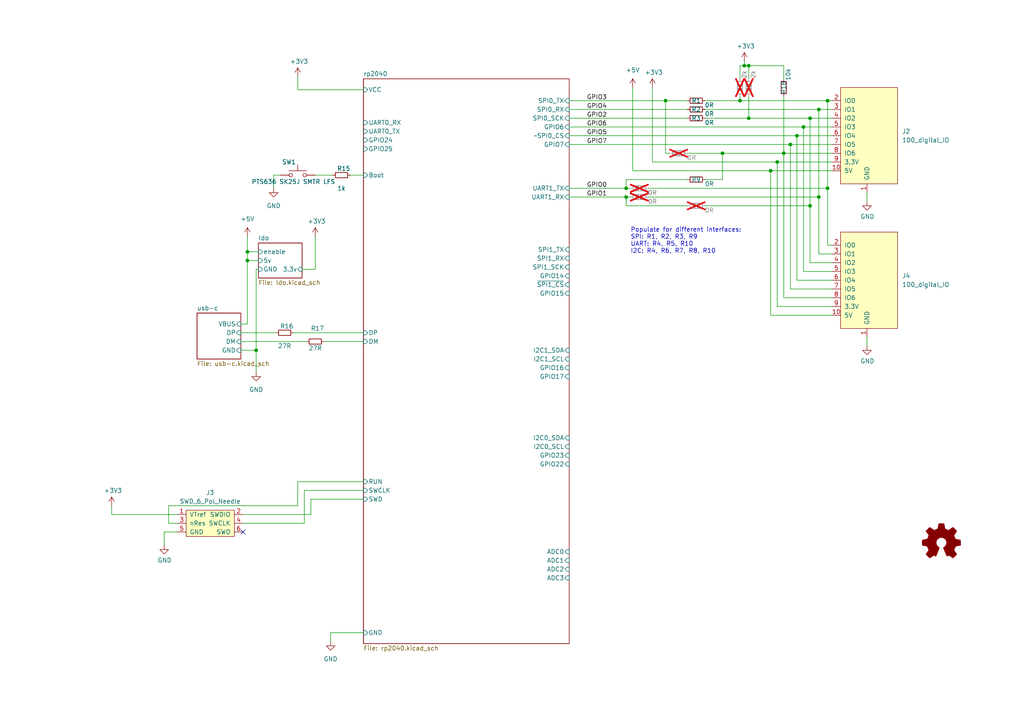
<source format=kicad_sch>
(kicad_sch (version 20230121) (generator eeschema)

  (uuid 57732dd3-1162-4c3f-88bd-31bf473d124d)

  (paper "A4")

  (lib_symbols
    (symbol "Device:R_Small" (pin_numbers hide) (pin_names (offset 0.254) hide) (in_bom yes) (on_board yes)
      (property "Reference" "R" (at 0.762 0.508 0)
        (effects (font (size 1.27 1.27)) (justify left))
      )
      (property "Value" "R_Small" (at 0.762 -1.016 0)
        (effects (font (size 1.27 1.27)) (justify left))
      )
      (property "Footprint" "" (at 0 0 0)
        (effects (font (size 1.27 1.27)) hide)
      )
      (property "Datasheet" "~" (at 0 0 0)
        (effects (font (size 1.27 1.27)) hide)
      )
      (property "ki_keywords" "R resistor" (at 0 0 0)
        (effects (font (size 1.27 1.27)) hide)
      )
      (property "ki_description" "Resistor, small symbol" (at 0 0 0)
        (effects (font (size 1.27 1.27)) hide)
      )
      (property "ki_fp_filters" "R_*" (at 0 0 0)
        (effects (font (size 1.27 1.27)) hide)
      )
      (symbol "R_Small_0_1"
        (rectangle (start -0.762 1.778) (end 0.762 -1.778)
          (stroke (width 0.2032) (type default))
          (fill (type none))
        )
      )
      (symbol "R_Small_1_1"
        (pin passive line (at 0 2.54 270) (length 0.762)
          (name "~" (effects (font (size 1.27 1.27))))
          (number "1" (effects (font (size 1.27 1.27))))
        )
        (pin passive line (at 0 -2.54 90) (length 0.762)
          (name "~" (effects (font (size 1.27 1.27))))
          (number "2" (effects (font (size 1.27 1.27))))
        )
      )
    )
    (symbol "Graphic:Logo_Open_Hardware_Small" (pin_names (offset 1.016)) (in_bom yes) (on_board yes)
      (property "Reference" "#LOGO" (at 0 6.985 0)
        (effects (font (size 1.27 1.27)) hide)
      )
      (property "Value" "Logo_Open_Hardware_Small" (at 0 -5.715 0)
        (effects (font (size 1.27 1.27)) hide)
      )
      (property "Footprint" "" (at 0 0 0)
        (effects (font (size 1.27 1.27)) hide)
      )
      (property "Datasheet" "~" (at 0 0 0)
        (effects (font (size 1.27 1.27)) hide)
      )
      (property "ki_keywords" "Logo" (at 0 0 0)
        (effects (font (size 1.27 1.27)) hide)
      )
      (property "ki_description" "Open Hardware logo, small" (at 0 0 0)
        (effects (font (size 1.27 1.27)) hide)
      )
      (symbol "Logo_Open_Hardware_Small_0_1"
        (polyline
          (pts
            (xy 3.3528 -4.3434)
            (xy 3.302 -4.318)
            (xy 3.175 -4.2418)
            (xy 2.9972 -4.1148)
            (xy 2.7686 -3.9624)
            (xy 2.54 -3.81)
            (xy 2.3622 -3.7084)
            (xy 2.2352 -3.6068)
            (xy 2.1844 -3.5814)
            (xy 2.159 -3.6068)
            (xy 2.0574 -3.6576)
            (xy 1.905 -3.7338)
            (xy 1.8034 -3.7846)
            (xy 1.6764 -3.8354)
            (xy 1.6002 -3.8354)
            (xy 1.6002 -3.8354)
            (xy 1.5494 -3.7338)
            (xy 1.4732 -3.5306)
            (xy 1.3462 -3.302)
            (xy 1.2446 -3.0226)
            (xy 1.1176 -2.7178)
            (xy 0.9652 -2.413)
            (xy 0.8636 -2.1082)
            (xy 0.7366 -1.8288)
            (xy 0.6604 -1.6256)
            (xy 0.6096 -1.4732)
            (xy 0.5842 -1.397)
            (xy 0.5842 -1.397)
            (xy 0.6604 -1.3208)
            (xy 0.7874 -1.2446)
            (xy 1.0414 -1.016)
            (xy 1.2954 -0.6858)
            (xy 1.4478 -0.3302)
            (xy 1.524 0.0762)
            (xy 1.4732 0.4572)
            (xy 1.3208 0.8128)
            (xy 1.0668 1.143)
            (xy 0.762 1.3716)
            (xy 0.4064 1.524)
            (xy 0 1.5748)
            (xy -0.381 1.5494)
            (xy -0.7366 1.397)
            (xy -1.0668 1.143)
            (xy -1.2192 0.9906)
            (xy -1.397 0.6604)
            (xy -1.524 0.3048)
            (xy -1.524 0.2286)
            (xy -1.4986 -0.1778)
            (xy -1.397 -0.5334)
            (xy -1.1938 -0.8636)
            (xy -0.9144 -1.143)
            (xy -0.8636 -1.1684)
            (xy -0.7366 -1.27)
            (xy -0.635 -1.3462)
            (xy -0.5842 -1.397)
            (xy -1.0668 -2.5908)
            (xy -1.143 -2.794)
            (xy -1.2954 -3.1242)
            (xy -1.397 -3.4036)
            (xy -1.4986 -3.6322)
            (xy -1.5748 -3.7846)
            (xy -1.6002 -3.8354)
            (xy -1.6002 -3.8354)
            (xy -1.651 -3.8354)
            (xy -1.7272 -3.81)
            (xy -1.905 -3.7338)
            (xy -2.0066 -3.683)
            (xy -2.1336 -3.6068)
            (xy -2.2098 -3.5814)
            (xy -2.2606 -3.6068)
            (xy -2.3622 -3.683)
            (xy -2.54 -3.81)
            (xy -2.7686 -3.9624)
            (xy -2.9718 -4.0894)
            (xy -3.1496 -4.2164)
            (xy -3.302 -4.318)
            (xy -3.3528 -4.3434)
            (xy -3.3782 -4.3434)
            (xy -3.429 -4.318)
            (xy -3.5306 -4.2164)
            (xy -3.7084 -4.064)
            (xy -3.937 -3.8354)
            (xy -3.9624 -3.81)
            (xy -4.1656 -3.6068)
            (xy -4.318 -3.4544)
            (xy -4.4196 -3.3274)
            (xy -4.445 -3.2766)
            (xy -4.445 -3.2766)
            (xy -4.4196 -3.2258)
            (xy -4.318 -3.0734)
            (xy -4.2164 -2.8956)
            (xy -4.064 -2.667)
            (xy -3.6576 -2.0828)
            (xy -3.8862 -1.5494)
            (xy -3.937 -1.3716)
            (xy -4.0386 -1.1684)
            (xy -4.0894 -1.0414)
            (xy -4.1148 -0.9652)
            (xy -4.191 -0.9398)
            (xy -4.318 -0.9144)
            (xy -4.5466 -0.8636)
            (xy -4.8006 -0.8128)
            (xy -5.0546 -0.7874)
            (xy -5.2578 -0.7366)
            (xy -5.4356 -0.7112)
            (xy -5.5118 -0.6858)
            (xy -5.5118 -0.6858)
            (xy -5.5372 -0.635)
            (xy -5.5372 -0.5588)
            (xy -5.5372 -0.4318)
            (xy -5.5626 -0.2286)
            (xy -5.5626 0.0762)
            (xy -5.5626 0.127)
            (xy -5.5372 0.4064)
            (xy -5.5372 0.635)
            (xy -5.5372 0.762)
            (xy -5.5372 0.8382)
            (xy -5.5372 0.8382)
            (xy -5.461 0.8382)
            (xy -5.3086 0.889)
            (xy -5.08 0.9144)
            (xy -4.826 0.9652)
            (xy -4.8006 0.9906)
            (xy -4.5466 1.0414)
            (xy -4.318 1.0668)
            (xy -4.1656 1.1176)
            (xy -4.0894 1.143)
            (xy -4.0894 1.143)
            (xy -4.0386 1.2446)
            (xy -3.9624 1.4224)
            (xy -3.8608 1.6256)
            (xy -3.7846 1.8288)
            (xy -3.7084 2.0066)
            (xy -3.6576 2.159)
            (xy -3.6322 2.2098)
            (xy -3.6322 2.2098)
            (xy -3.683 2.286)
            (xy -3.7592 2.413)
            (xy -3.8862 2.5908)
            (xy -4.064 2.8194)
            (xy -4.064 2.8448)
            (xy -4.2164 3.0734)
            (xy -4.3434 3.2512)
            (xy -4.4196 3.3782)
            (xy -4.445 3.4544)
            (xy -4.445 3.4544)
            (xy -4.3942 3.5052)
            (xy -4.2926 3.6322)
            (xy -4.1148 3.81)
            (xy -3.937 4.0132)
            (xy -3.8608 4.064)
            (xy -3.6576 4.2926)
            (xy -3.5052 4.4196)
            (xy -3.4036 4.4958)
            (xy -3.3528 4.5212)
            (xy -3.3528 4.5212)
            (xy -3.302 4.4704)
            (xy -3.1496 4.3688)
            (xy -2.9718 4.2418)
            (xy -2.7432 4.0894)
            (xy -2.7178 4.0894)
            (xy -2.4892 3.937)
            (xy -2.3114 3.81)
            (xy -2.1844 3.7084)
            (xy -2.1336 3.683)
            (xy -2.1082 3.683)
            (xy -2.032 3.7084)
            (xy -1.8542 3.7592)
            (xy -1.6764 3.8354)
            (xy -1.4732 3.937)
            (xy -1.27 4.0132)
            (xy -1.143 4.064)
            (xy -1.0668 4.1148)
            (xy -1.0668 4.1148)
            (xy -1.0414 4.191)
            (xy -1.016 4.3434)
            (xy -0.9652 4.572)
            (xy -0.9144 4.8514)
            (xy -0.889 4.9022)
            (xy -0.8382 5.1562)
            (xy -0.8128 5.3848)
            (xy -0.7874 5.5372)
            (xy -0.762 5.588)
            (xy -0.7112 5.6134)
            (xy -0.5842 5.6134)
            (xy -0.4064 5.6134)
            (xy -0.1524 5.6134)
            (xy 0.0762 5.6134)
            (xy 0.3302 5.6134)
            (xy 0.5334 5.6134)
            (xy 0.6858 5.588)
            (xy 0.7366 5.588)
            (xy 0.7366 5.588)
            (xy 0.762 5.5118)
            (xy 0.8128 5.334)
            (xy 0.8382 5.1054)
            (xy 0.9144 4.826)
            (xy 0.9144 4.7752)
            (xy 0.9652 4.5212)
            (xy 1.016 4.2926)
            (xy 1.0414 4.1402)
            (xy 1.0668 4.0894)
            (xy 1.0668 4.0894)
            (xy 1.1938 4.0386)
            (xy 1.3716 3.9624)
            (xy 1.5748 3.8608)
            (xy 2.0828 3.6576)
            (xy 2.7178 4.0894)
            (xy 2.7686 4.1402)
            (xy 2.9972 4.2926)
            (xy 3.175 4.4196)
            (xy 3.302 4.4958)
            (xy 3.3782 4.5212)
            (xy 3.3782 4.5212)
            (xy 3.429 4.4704)
            (xy 3.556 4.3434)
            (xy 3.7338 4.191)
            (xy 3.9116 3.9878)
            (xy 4.064 3.8354)
            (xy 4.2418 3.6576)
            (xy 4.3434 3.556)
            (xy 4.4196 3.4798)
            (xy 4.4196 3.429)
            (xy 4.4196 3.4036)
            (xy 4.3942 3.3274)
            (xy 4.2926 3.2004)
            (xy 4.1656 2.9972)
            (xy 4.0132 2.794)
            (xy 3.8862 2.5908)
            (xy 3.7592 2.3876)
            (xy 3.6576 2.2352)
            (xy 3.6322 2.159)
            (xy 3.6322 2.1336)
            (xy 3.683 2.0066)
            (xy 3.7592 1.8288)
            (xy 3.8608 1.6002)
            (xy 4.064 1.1176)
            (xy 4.3942 1.0414)
            (xy 4.5974 1.016)
            (xy 4.8768 0.9652)
            (xy 5.1308 0.9144)
            (xy 5.5372 0.8382)
            (xy 5.5626 -0.6604)
            (xy 5.4864 -0.6858)
            (xy 5.4356 -0.6858)
            (xy 5.2832 -0.7366)
            (xy 5.0546 -0.762)
            (xy 4.8006 -0.8128)
            (xy 4.5974 -0.8636)
            (xy 4.3688 -0.9144)
            (xy 4.2164 -0.9398)
            (xy 4.1402 -0.9398)
            (xy 4.1148 -0.9652)
            (xy 4.064 -1.0668)
            (xy 3.9878 -1.2446)
            (xy 3.9116 -1.4478)
            (xy 3.81 -1.651)
            (xy 3.7338 -1.8542)
            (xy 3.683 -2.0066)
            (xy 3.6576 -2.0828)
            (xy 3.683 -2.1336)
            (xy 3.7846 -2.2606)
            (xy 3.8862 -2.4638)
            (xy 4.0386 -2.667)
            (xy 4.191 -2.8956)
            (xy 4.318 -3.0734)
            (xy 4.3942 -3.2004)
            (xy 4.445 -3.2766)
            (xy 4.4196 -3.3274)
            (xy 4.3434 -3.429)
            (xy 4.1656 -3.5814)
            (xy 3.937 -3.8354)
            (xy 3.8862 -3.8608)
            (xy 3.683 -4.064)
            (xy 3.5306 -4.2164)
            (xy 3.4036 -4.318)
            (xy 3.3528 -4.3434)
          )
          (stroke (width 0) (type default))
          (fill (type outline))
        )
      )
    )
    (symbol "Switch:SW_Push" (pin_numbers hide) (pin_names (offset 1.016) hide) (in_bom yes) (on_board yes)
      (property "Reference" "SW" (at 1.27 2.54 0)
        (effects (font (size 1.27 1.27)) (justify left))
      )
      (property "Value" "SW_Push" (at 0 -1.524 0)
        (effects (font (size 1.27 1.27)))
      )
      (property "Footprint" "" (at 0 5.08 0)
        (effects (font (size 1.27 1.27)) hide)
      )
      (property "Datasheet" "~" (at 0 5.08 0)
        (effects (font (size 1.27 1.27)) hide)
      )
      (property "ki_keywords" "switch normally-open pushbutton push-button" (at 0 0 0)
        (effects (font (size 1.27 1.27)) hide)
      )
      (property "ki_description" "Push button switch, generic, two pins" (at 0 0 0)
        (effects (font (size 1.27 1.27)) hide)
      )
      (symbol "SW_Push_0_1"
        (circle (center -2.032 0) (radius 0.508)
          (stroke (width 0) (type default))
          (fill (type none))
        )
        (polyline
          (pts
            (xy 0 1.27)
            (xy 0 3.048)
          )
          (stroke (width 0) (type default))
          (fill (type none))
        )
        (polyline
          (pts
            (xy 2.54 1.27)
            (xy -2.54 1.27)
          )
          (stroke (width 0) (type default))
          (fill (type none))
        )
        (circle (center 2.032 0) (radius 0.508)
          (stroke (width 0) (type default))
          (fill (type none))
        )
        (pin passive line (at -5.08 0 0) (length 2.54)
          (name "1" (effects (font (size 1.27 1.27))))
          (number "1" (effects (font (size 1.27 1.27))))
        )
        (pin passive line (at 5.08 0 180) (length 2.54)
          (name "2" (effects (font (size 1.27 1.27))))
          (number "2" (effects (font (size 1.27 1.27))))
        )
      )
    )
    (symbol "c001:SWD_6_Pol_Needle" (pin_names (offset 1.016)) (in_bom yes) (on_board yes)
      (property "Reference" "J1" (at 0.635 8.255 0)
        (effects (font (size 1.27 1.27)))
      )
      (property "Value" "SWD_6_Pol_Needle" (at 0.635 5.9436 0)
        (effects (font (size 1.27 1.27)))
      )
      (property "Footprint" "AI-footprints:SWD6pol" (at 0 0 0)
        (effects (font (size 1.27 1.27)) hide)
      )
      (property "Datasheet" "https://www.segger.com/fileadmin/images/products/J-Link/Accessory/Adapters/J-Link-6-Pin-Adapter-Pinout.png" (at 0 0 0)
        (effects (font (size 1.27 1.27)) hide)
      )
      (symbol "SWD_6_Pol_Needle_0_1"
        (rectangle (start -6.35 3.81) (end 7.62 -3.81)
          (stroke (width 0) (type default))
          (fill (type background))
        )
      )
      (symbol "SWD_6_Pol_Needle_1_1"
        (pin input line (at -8.89 2.54 0) (length 2.54)
          (name "VTref" (effects (font (size 1.27 1.27))))
          (number "1" (effects (font (size 1.27 1.27))))
        )
        (pin bidirectional line (at 10.16 2.54 180) (length 2.54)
          (name "SWDIO" (effects (font (size 1.27 1.27))))
          (number "2" (effects (font (size 1.27 1.27))))
        )
        (pin open_collector line (at -8.89 0 0) (length 2.54)
          (name "nRes" (effects (font (size 1.27 1.27))))
          (number "3" (effects (font (size 1.27 1.27))))
        )
        (pin bidirectional line (at 10.16 0 180) (length 2.54)
          (name "SWCLK" (effects (font (size 1.27 1.27))))
          (number "4" (effects (font (size 1.27 1.27))))
        )
        (pin power_out line (at -8.89 -2.54 0) (length 2.54)
          (name "GND" (effects (font (size 1.27 1.27))))
          (number "5" (effects (font (size 1.27 1.27))))
        )
        (pin bidirectional line (at 10.16 -2.54 180) (length 2.54)
          (name "SWO" (effects (font (size 1.27 1.27))))
          (number "6" (effects (font (size 1.27 1.27))))
        )
      )
    )
    (symbol "power:+3.3V" (power) (pin_names (offset 0)) (in_bom yes) (on_board yes)
      (property "Reference" "#PWR" (at 0 -3.81 0)
        (effects (font (size 1.27 1.27)) hide)
      )
      (property "Value" "+3.3V" (at 0 3.556 0)
        (effects (font (size 1.27 1.27)))
      )
      (property "Footprint" "" (at 0 0 0)
        (effects (font (size 1.27 1.27)) hide)
      )
      (property "Datasheet" "" (at 0 0 0)
        (effects (font (size 1.27 1.27)) hide)
      )
      (property "ki_keywords" "power-flag" (at 0 0 0)
        (effects (font (size 1.27 1.27)) hide)
      )
      (property "ki_description" "Power symbol creates a global label with name \"+3.3V\"" (at 0 0 0)
        (effects (font (size 1.27 1.27)) hide)
      )
      (symbol "+3.3V_0_1"
        (polyline
          (pts
            (xy -0.762 1.27)
            (xy 0 2.54)
          )
          (stroke (width 0) (type default))
          (fill (type none))
        )
        (polyline
          (pts
            (xy 0 0)
            (xy 0 2.54)
          )
          (stroke (width 0) (type default))
          (fill (type none))
        )
        (polyline
          (pts
            (xy 0 2.54)
            (xy 0.762 1.27)
          )
          (stroke (width 0) (type default))
          (fill (type none))
        )
      )
      (symbol "+3.3V_1_1"
        (pin power_in line (at 0 0 90) (length 0) hide
          (name "+3V3" (effects (font (size 1.27 1.27))))
          (number "1" (effects (font (size 1.27 1.27))))
        )
      )
    )
    (symbol "power:+5V" (power) (pin_names (offset 0)) (in_bom yes) (on_board yes)
      (property "Reference" "#PWR" (at 0 -3.81 0)
        (effects (font (size 1.27 1.27)) hide)
      )
      (property "Value" "+5V" (at 0 3.556 0)
        (effects (font (size 1.27 1.27)))
      )
      (property "Footprint" "" (at 0 0 0)
        (effects (font (size 1.27 1.27)) hide)
      )
      (property "Datasheet" "" (at 0 0 0)
        (effects (font (size 1.27 1.27)) hide)
      )
      (property "ki_keywords" "global power" (at 0 0 0)
        (effects (font (size 1.27 1.27)) hide)
      )
      (property "ki_description" "Power symbol creates a global label with name \"+5V\"" (at 0 0 0)
        (effects (font (size 1.27 1.27)) hide)
      )
      (symbol "+5V_0_1"
        (polyline
          (pts
            (xy -0.762 1.27)
            (xy 0 2.54)
          )
          (stroke (width 0) (type default))
          (fill (type none))
        )
        (polyline
          (pts
            (xy 0 0)
            (xy 0 2.54)
          )
          (stroke (width 0) (type default))
          (fill (type none))
        )
        (polyline
          (pts
            (xy 0 2.54)
            (xy 0.762 1.27)
          )
          (stroke (width 0) (type default))
          (fill (type none))
        )
      )
      (symbol "+5V_1_1"
        (pin power_in line (at 0 0 90) (length 0) hide
          (name "+5V" (effects (font (size 1.27 1.27))))
          (number "1" (effects (font (size 1.27 1.27))))
        )
      )
    )
    (symbol "power:GND" (power) (pin_names (offset 0)) (in_bom yes) (on_board yes)
      (property "Reference" "#PWR" (at 0 -6.35 0)
        (effects (font (size 1.27 1.27)) hide)
      )
      (property "Value" "GND" (at 0 -3.81 0)
        (effects (font (size 1.27 1.27)))
      )
      (property "Footprint" "" (at 0 0 0)
        (effects (font (size 1.27 1.27)) hide)
      )
      (property "Datasheet" "" (at 0 0 0)
        (effects (font (size 1.27 1.27)) hide)
      )
      (property "ki_keywords" "global power" (at 0 0 0)
        (effects (font (size 1.27 1.27)) hide)
      )
      (property "ki_description" "Power symbol creates a global label with name \"GND\" , ground" (at 0 0 0)
        (effects (font (size 1.27 1.27)) hide)
      )
      (symbol "GND_0_1"
        (polyline
          (pts
            (xy 0 0)
            (xy 0 -1.27)
            (xy 1.27 -1.27)
            (xy 0 -2.54)
            (xy -1.27 -1.27)
            (xy 0 -1.27)
          )
          (stroke (width 0) (type default))
          (fill (type none))
        )
      )
      (symbol "GND_1_1"
        (pin power_in line (at 0 0 270) (length 0) hide
          (name "GND" (effects (font (size 1.27 1.27))))
          (number "1" (effects (font (size 1.27 1.27))))
        )
      )
    )
    (symbol "put_on_edge:100_digital_IO" (pin_names (offset 1.016)) (in_bom yes) (on_board yes)
      (property "Reference" "J" (at -7.62 15.24 0)
        (effects (font (size 1.27 1.27)))
      )
      (property "Value" "100_digital_IO" (at 3.81 15.24 0)
        (effects (font (size 1.27 1.27)))
      )
      (property "Footprint" "" (at 8.89 13.97 0)
        (effects (font (size 1.27 1.27)) hide)
      )
      (property "Datasheet" "" (at 8.89 13.97 0)
        (effects (font (size 1.27 1.27)) hide)
      )
      (symbol "100_digital_IO_0_1"
        (rectangle (start -7.62 13.97) (end 8.89 -13.97)
          (stroke (width 0) (type default))
          (fill (type background))
        )
      )
      (symbol "100_digital_IO_1_1"
        (pin power_in line (at 0 -16.51 90) (length 2.54)
          (name "GND" (effects (font (size 1.27 1.27))))
          (number "1" (effects (font (size 1.27 1.27))))
        )
        (pin power_in line (at -10.16 -10.16 0) (length 2.54)
          (name "5V" (effects (font (size 1.27 1.27))))
          (number "10" (effects (font (size 1.27 1.27))))
        )
        (pin power_in line (at -10.16 10.16 0) (length 2.54)
          (name "IO0" (effects (font (size 1.27 1.27))))
          (number "2" (effects (font (size 1.27 1.27))))
        )
        (pin power_in line (at -10.16 7.62 0) (length 2.54)
          (name "IO1" (effects (font (size 1.27 1.27))))
          (number "3" (effects (font (size 1.27 1.27))))
        )
        (pin power_in line (at -10.16 5.08 0) (length 2.54)
          (name "IO2" (effects (font (size 1.27 1.27))))
          (number "4" (effects (font (size 1.27 1.27))))
        )
        (pin power_in line (at -10.16 2.54 0) (length 2.54)
          (name "IO3" (effects (font (size 1.27 1.27))))
          (number "5" (effects (font (size 1.27 1.27))))
        )
        (pin power_in line (at -10.16 0 0) (length 2.54)
          (name "IO4" (effects (font (size 1.27 1.27))))
          (number "6" (effects (font (size 1.27 1.27))))
        )
        (pin power_in line (at -10.16 -2.54 0) (length 2.54)
          (name "IO5" (effects (font (size 1.27 1.27))))
          (number "7" (effects (font (size 1.27 1.27))))
        )
        (pin power_in line (at -10.16 -5.08 0) (length 2.54)
          (name "IO6" (effects (font (size 1.27 1.27))))
          (number "8" (effects (font (size 1.27 1.27))))
        )
        (pin power_in line (at -10.16 -7.62 0) (length 2.54)
          (name "3.3V" (effects (font (size 1.27 1.27))))
          (number "9" (effects (font (size 1.27 1.27))))
        )
      )
    )
  )

  (junction (at 234.95 34.29) (diameter 0) (color 0 0 0 0)
    (uuid 0fbe799f-f46f-4c8c-86ca-d482421beea3)
  )
  (junction (at 214.63 29.21) (diameter 0) (color 0 0 0 0)
    (uuid 293a4c5c-1f00-4193-8f9d-b2b924301cc1)
  )
  (junction (at 181.61 54.61) (diameter 0) (color 0 0 0 0)
    (uuid 30cb3a26-0efd-4e9b-abb9-4fe758751fe2)
  )
  (junction (at 237.49 57.15) (diameter 0) (color 0 0 0 0)
    (uuid 3162e1ff-4496-4da6-9f91-1f6fcef39748)
  )
  (junction (at 193.04 29.21) (diameter 0) (color 0 0 0 0)
    (uuid 39c11586-02a5-45ea-a029-90dc862c5881)
  )
  (junction (at 237.49 31.75) (diameter 0) (color 0 0 0 0)
    (uuid 42bb4da9-f628-4211-af52-71ad60b19560)
  )
  (junction (at 227.33 44.45) (diameter 0) (color 0 0 0 0)
    (uuid 42dc71d2-9317-4bca-be17-14f04cab1899)
  )
  (junction (at 181.61 57.15) (diameter 0) (color 0 0 0 0)
    (uuid 4b5b77a9-e536-4d75-8d05-8561f203337f)
  )
  (junction (at 234.95 59.69) (diameter 0) (color 0 0 0 0)
    (uuid 4e425469-71c0-475b-8e7c-5bacc376fbb1)
  )
  (junction (at 240.03 54.61) (diameter 0) (color 0 0 0 0)
    (uuid 5122fe08-5f33-45b5-8ffd-a2964574380c)
  )
  (junction (at 215.9 19.05) (diameter 0) (color 0 0 0 0)
    (uuid 5179a1d8-0434-443b-8dea-503660098c25)
  )
  (junction (at 217.17 19.05) (diameter 0) (color 0 0 0 0)
    (uuid 5c4581cb-0963-4de9-a98f-87000ea7abc4)
  )
  (junction (at 71.755 73.025) (diameter 0) (color 0 0 0 0)
    (uuid 5e858a9d-6522-43b9-9e95-fc8d0ab6ecb1)
  )
  (junction (at 240.03 29.21) (diameter 0) (color 0 0 0 0)
    (uuid 61361991-35e4-453b-aa36-6bcaee1eca0d)
  )
  (junction (at 74.295 101.6) (diameter 0) (color 0 0 0 0)
    (uuid 67e4a073-3e4d-46f0-af10-d302004e5409)
  )
  (junction (at 233.045 36.83) (diameter 0) (color 0 0 0 0)
    (uuid 7508ac1b-f619-480b-8683-cbf65f80ee4f)
  )
  (junction (at 223.52 49.53) (diameter 0) (color 0 0 0 0)
    (uuid 86d09376-bd2e-4ce6-8baf-185f6beeb443)
  )
  (junction (at 231.14 39.37) (diameter 0) (color 0 0 0 0)
    (uuid 8969fb2e-6ac5-42b6-a4d2-77ee494bd847)
  )
  (junction (at 217.17 34.29) (diameter 0) (color 0 0 0 0)
    (uuid ada7760a-a2fc-4a1e-a84c-4df25bd9cdec)
  )
  (junction (at 209.55 44.45) (diameter 0) (color 0 0 0 0)
    (uuid c2488a81-0cc7-4546-895e-27b09917098b)
  )
  (junction (at 71.755 75.565) (diameter 0) (color 0 0 0 0)
    (uuid d9a91df7-83c2-4521-a7bc-ff88f6b441fd)
  )
  (junction (at 225.425 46.99) (diameter 0) (color 0 0 0 0)
    (uuid e6450ea6-39a1-4d0c-9389-2812e9247af7)
  )
  (junction (at 229.235 41.91) (diameter 0) (color 0 0 0 0)
    (uuid f0bd8e22-6a5e-4522-a93f-f679594b288a)
  )

  (no_connect (at 70.485 154.305) (uuid 3e8021ab-eb8b-4e78-88cf-7a78927bdd3e))

  (wire (pts (xy 74.295 78.105) (xy 74.295 101.6))
    (stroke (width 0) (type default))
    (uuid 02458c60-1cf7-43f7-9150-e090bb12b93b)
  )
  (wire (pts (xy 51.435 151.765) (xy 48.895 151.765))
    (stroke (width 0) (type default))
    (uuid 04ed7b0c-82dd-49ae-a5db-e4cdd1c481d1)
  )
  (wire (pts (xy 86.36 139.7) (xy 105.41 139.7))
    (stroke (width 0) (type default))
    (uuid 0511211b-f5ee-404f-8dd0-1bd9ad36831a)
  )
  (wire (pts (xy 165.1 57.15) (xy 181.61 57.15))
    (stroke (width 0) (type default))
    (uuid 0a079fcd-9801-4421-8c7d-c95271bb0d82)
  )
  (wire (pts (xy 204.47 29.21) (xy 214.63 29.21))
    (stroke (width 0) (type default))
    (uuid 0b7d7bf4-bd28-45d6-a447-6fa76a124628)
  )
  (wire (pts (xy 86.36 22.225) (xy 86.36 26.035))
    (stroke (width 0) (type default))
    (uuid 0bf0d9ad-3ab1-48a5-bc57-aa7530b3edb2)
  )
  (wire (pts (xy 193.04 44.45) (xy 193.04 29.21))
    (stroke (width 0) (type default))
    (uuid 1390bfc5-2541-4a98-a147-24ecc158db43)
  )
  (wire (pts (xy 241.3 81.28) (xy 231.14 81.28))
    (stroke (width 0) (type default))
    (uuid 16b5ca95-60bd-47a7-bcc3-f0c09f071a19)
  )
  (wire (pts (xy 69.85 99.06) (xy 88.9 99.06))
    (stroke (width 0) (type default))
    (uuid 17476ff4-5d94-4051-b34c-3b75cc4f3b7d)
  )
  (wire (pts (xy 181.61 52.07) (xy 199.39 52.07))
    (stroke (width 0) (type default))
    (uuid 1761617e-3a1b-48a0-8b32-0e4dff9ebcce)
  )
  (wire (pts (xy 70.485 149.225) (xy 90.17 149.225))
    (stroke (width 0) (type default))
    (uuid 19aadcb7-f339-47e4-9e8e-fce75b59c248)
  )
  (wire (pts (xy 227.33 27.94) (xy 227.33 44.45))
    (stroke (width 0) (type default))
    (uuid 19e20195-9b3b-48fd-ad78-e26f00febbec)
  )
  (wire (pts (xy 237.49 57.15) (xy 237.49 73.66))
    (stroke (width 0) (type default))
    (uuid 1c10ebe6-36bd-490f-8602-399ba9131c95)
  )
  (wire (pts (xy 204.47 31.75) (xy 237.49 31.75))
    (stroke (width 0) (type default))
    (uuid 1d8c9f94-461a-434d-afeb-fee3cc598cae)
  )
  (wire (pts (xy 181.61 57.15) (xy 181.61 59.69))
    (stroke (width 0) (type default))
    (uuid 1ddbf714-8268-4e91-a7be-8e2c113af9cc)
  )
  (wire (pts (xy 71.755 75.565) (xy 74.93 75.565))
    (stroke (width 0) (type default))
    (uuid 23541442-d7d3-4ec0-afb9-21dc6b27703b)
  )
  (wire (pts (xy 237.49 73.66) (xy 241.3 73.66))
    (stroke (width 0) (type default))
    (uuid 252ee29c-ad8f-4009-9a68-e6d4cb93364d)
  )
  (wire (pts (xy 194.31 44.45) (xy 193.04 44.45))
    (stroke (width 0) (type default))
    (uuid 2611e85d-fd67-45ce-a150-506f769102a2)
  )
  (wire (pts (xy 241.3 78.74) (xy 233.045 78.74))
    (stroke (width 0) (type default))
    (uuid 2a32d1b8-a45a-479d-a142-fdbae3a8e3b0)
  )
  (wire (pts (xy 71.755 93.98) (xy 71.755 75.565))
    (stroke (width 0) (type default))
    (uuid 2a886c7f-0f1e-44fe-9d93-07deb95b511f)
  )
  (wire (pts (xy 227.33 19.05) (xy 227.33 22.86))
    (stroke (width 0) (type default))
    (uuid 2d2588f7-6973-4a9c-afef-663a7eb346a2)
  )
  (wire (pts (xy 234.95 34.29) (xy 241.3 34.29))
    (stroke (width 0) (type default))
    (uuid 2debcb0e-04ff-467c-b782-fac63a9abf00)
  )
  (wire (pts (xy 85.09 96.52) (xy 105.41 96.52))
    (stroke (width 0) (type default))
    (uuid 2f923ece-7f14-45d2-b4c6-1e95c3e0d5d3)
  )
  (wire (pts (xy 234.95 59.69) (xy 234.95 34.29))
    (stroke (width 0) (type default))
    (uuid 30a792c5-df15-4c81-b934-83f3f8b17e97)
  )
  (wire (pts (xy 241.3 71.12) (xy 240.03 71.12))
    (stroke (width 0) (type default))
    (uuid 3251be25-db13-491c-8afc-9121ecf2284f)
  )
  (wire (pts (xy 223.52 91.44) (xy 223.52 49.53))
    (stroke (width 0) (type default))
    (uuid 33df5819-917d-41a8-a863-c35abbf7fb85)
  )
  (wire (pts (xy 214.63 19.05) (xy 215.9 19.05))
    (stroke (width 0) (type default))
    (uuid 39e63917-0b3e-4d73-9988-eb26d217169e)
  )
  (wire (pts (xy 69.85 93.98) (xy 71.755 93.98))
    (stroke (width 0) (type default))
    (uuid 3b506b5f-d7ef-4211-be61-7f09ae4b5e58)
  )
  (wire (pts (xy 86.36 146.685) (xy 86.36 139.7))
    (stroke (width 0) (type default))
    (uuid 40275d51-fd50-41ba-86ff-24d95a906a8a)
  )
  (wire (pts (xy 231.14 81.28) (xy 231.14 39.37))
    (stroke (width 0) (type default))
    (uuid 4094f500-7117-4fbb-9e39-ca282a7b3ff4)
  )
  (wire (pts (xy 225.425 88.9) (xy 225.425 46.99))
    (stroke (width 0) (type default))
    (uuid 40aec3eb-32f9-415e-a029-0edd1a387e51)
  )
  (wire (pts (xy 71.755 68.58) (xy 71.755 73.025))
    (stroke (width 0) (type default))
    (uuid 4413e914-c293-484c-9359-c4641b4ad5f3)
  )
  (wire (pts (xy 214.63 29.21) (xy 240.03 29.21))
    (stroke (width 0) (type default))
    (uuid 485a1f0b-79df-4047-8e6b-27ad3eb98d2a)
  )
  (wire (pts (xy 215.9 19.05) (xy 217.17 19.05))
    (stroke (width 0) (type default))
    (uuid 49298448-67fa-4543-8f19-48874bf1eb1a)
  )
  (wire (pts (xy 91.44 78.105) (xy 91.44 68.58))
    (stroke (width 0) (type default))
    (uuid 4acde986-abd9-4a8c-9437-2b4777e4d020)
  )
  (wire (pts (xy 223.52 49.53) (xy 241.3 49.53))
    (stroke (width 0) (type default))
    (uuid 5444b803-0cac-4b15-8105-069508213c4f)
  )
  (wire (pts (xy 227.33 86.36) (xy 227.33 44.45))
    (stroke (width 0) (type default))
    (uuid 55862f97-0b43-4bf7-b18d-41b2e93774bd)
  )
  (wire (pts (xy 209.55 52.07) (xy 209.55 44.45))
    (stroke (width 0) (type default))
    (uuid 577737c3-a5fd-44bc-bd14-e3dddeee0b80)
  )
  (wire (pts (xy 86.36 26.035) (xy 105.41 26.035))
    (stroke (width 0) (type default))
    (uuid 59fcb73f-4f8e-430b-bd1c-a34651a6d2d0)
  )
  (wire (pts (xy 95.885 183.515) (xy 95.885 186.055))
    (stroke (width 0) (type default))
    (uuid 6c90ab88-cccc-4b57-a32a-2b5fe019f743)
  )
  (wire (pts (xy 187.96 57.15) (xy 237.49 57.15))
    (stroke (width 0) (type default))
    (uuid 6fcd066b-aaa0-4fa5-a25b-c617e258a2ab)
  )
  (wire (pts (xy 90.17 144.78) (xy 105.41 144.78))
    (stroke (width 0) (type default))
    (uuid 71ea0fd8-58a0-40bd-8f00-a59dc88fe1b1)
  )
  (wire (pts (xy 233.045 36.83) (xy 241.3 36.83))
    (stroke (width 0) (type default))
    (uuid 755ddba8-e975-480c-ada1-36875c93841a)
  )
  (wire (pts (xy 241.3 76.2) (xy 234.95 76.2))
    (stroke (width 0) (type default))
    (uuid 7752b702-965e-49d4-a20d-c82465379bf4)
  )
  (wire (pts (xy 88.265 151.765) (xy 88.265 142.24))
    (stroke (width 0) (type default))
    (uuid 79e85f31-7207-42c1-896c-e0bca99e3bf4)
  )
  (wire (pts (xy 165.1 31.75) (xy 199.39 31.75))
    (stroke (width 0) (type default))
    (uuid 79ec981d-67df-46bf-ab0d-ebcc276908ac)
  )
  (wire (pts (xy 240.03 29.21) (xy 241.3 29.21))
    (stroke (width 0) (type default))
    (uuid 7dd2d755-c767-426f-a167-dcce9c09c35e)
  )
  (wire (pts (xy 87.63 78.105) (xy 91.44 78.105))
    (stroke (width 0) (type default))
    (uuid 7dfb8111-a9a8-4d52-b89c-4fa66cd741a6)
  )
  (wire (pts (xy 217.17 19.05) (xy 227.33 19.05))
    (stroke (width 0) (type default))
    (uuid 7ec94a60-f4d1-4de6-8aa7-98f9e5efad85)
  )
  (wire (pts (xy 70.485 151.765) (xy 88.265 151.765))
    (stroke (width 0) (type default))
    (uuid 7fcb8195-d59e-4710-8114-ea38b1c4f3b0)
  )
  (wire (pts (xy 165.1 54.61) (xy 181.61 54.61))
    (stroke (width 0) (type default))
    (uuid 813b54be-01d5-4013-bbb3-c7faf0546241)
  )
  (wire (pts (xy 32.385 146.685) (xy 32.385 149.225))
    (stroke (width 0) (type default))
    (uuid 81d246a3-bc43-4484-a26f-914554ed7229)
  )
  (wire (pts (xy 183.515 49.53) (xy 223.52 49.53))
    (stroke (width 0) (type default))
    (uuid 82b8db85-4a4e-4874-973e-64f6e2252f72)
  )
  (wire (pts (xy 215.9 17.78) (xy 215.9 19.05))
    (stroke (width 0) (type default))
    (uuid 831d03fd-37f3-42c4-a5eb-ecb0ab4dbabd)
  )
  (wire (pts (xy 74.295 78.105) (xy 74.93 78.105))
    (stroke (width 0) (type default))
    (uuid 84206b36-20fd-4798-ae79-229fc7032349)
  )
  (wire (pts (xy 101.6 50.8) (xy 105.41 50.8))
    (stroke (width 0) (type default))
    (uuid 86614ce7-e06d-4cf8-aeff-68aa4ac1fca1)
  )
  (wire (pts (xy 209.55 44.45) (xy 227.33 44.45))
    (stroke (width 0) (type default))
    (uuid 8b291f2f-63ad-4fba-ba26-48be8911b00e)
  )
  (wire (pts (xy 74.295 101.6) (xy 69.85 101.6))
    (stroke (width 0) (type default))
    (uuid 8c280732-c94e-4b03-a5a4-430a0d444474)
  )
  (wire (pts (xy 48.895 151.765) (xy 48.895 146.685))
    (stroke (width 0) (type default))
    (uuid 8e5d1e83-26f3-4754-a58d-4bd06ffba5cf)
  )
  (wire (pts (xy 233.045 78.74) (xy 233.045 36.83))
    (stroke (width 0) (type default))
    (uuid 8f4fe23d-256e-4ba1-9b12-dea3f0d2f4a9)
  )
  (wire (pts (xy 217.17 27.94) (xy 217.17 34.29))
    (stroke (width 0) (type default))
    (uuid 97bac923-5daa-4c9e-93bf-9cd635410d63)
  )
  (wire (pts (xy 231.14 39.37) (xy 241.3 39.37))
    (stroke (width 0) (type default))
    (uuid 98d9ad22-94b2-4f1d-8d3c-7ec7449f0896)
  )
  (wire (pts (xy 90.17 149.225) (xy 90.17 144.78))
    (stroke (width 0) (type default))
    (uuid 9a04d017-697d-4d20-9270-39e9a1d06882)
  )
  (wire (pts (xy 165.1 36.83) (xy 233.045 36.83))
    (stroke (width 0) (type default))
    (uuid 9bbced87-f12d-4777-b029-dce22a34a676)
  )
  (wire (pts (xy 214.63 22.86) (xy 214.63 19.05))
    (stroke (width 0) (type default))
    (uuid a24585d8-81cc-4d6a-b86f-9a45a3a3cf94)
  )
  (wire (pts (xy 251.46 97.79) (xy 251.46 100.33))
    (stroke (width 0) (type default))
    (uuid a301e237-2b03-49a8-9701-48554aebc9a4)
  )
  (wire (pts (xy 241.3 88.9) (xy 225.425 88.9))
    (stroke (width 0) (type default))
    (uuid a5fc0898-99bf-4ec9-9c33-d31ba064d1cf)
  )
  (wire (pts (xy 234.95 76.2) (xy 234.95 59.69))
    (stroke (width 0) (type default))
    (uuid a60fc74f-76ce-4388-8915-b4acff546ed7)
  )
  (wire (pts (xy 187.96 54.61) (xy 240.03 54.61))
    (stroke (width 0) (type default))
    (uuid a6484bdd-420a-424f-836d-f8f638c3b1ba)
  )
  (wire (pts (xy 251.46 55.88) (xy 251.46 58.42))
    (stroke (width 0) (type default))
    (uuid acb4a14c-26f0-4ddb-8d13-5d2f499ea432)
  )
  (wire (pts (xy 79.375 50.8) (xy 81.28 50.8))
    (stroke (width 0) (type default))
    (uuid b27a6965-8d5d-4d83-ab88-d75dd2923040)
  )
  (wire (pts (xy 32.385 149.225) (xy 51.435 149.225))
    (stroke (width 0) (type default))
    (uuid b2a1154b-10f7-4b1f-bf84-10f8881580b9)
  )
  (wire (pts (xy 48.895 146.685) (xy 86.36 146.685))
    (stroke (width 0) (type default))
    (uuid b40974bd-af10-402c-b58c-a6ece0fbb3aa)
  )
  (wire (pts (xy 165.1 29.21) (xy 193.04 29.21))
    (stroke (width 0) (type default))
    (uuid b6666376-2966-4b81-85a1-439c6971dda1)
  )
  (wire (pts (xy 71.755 73.025) (xy 71.755 75.565))
    (stroke (width 0) (type default))
    (uuid b84ec8f7-a157-4395-97d3-cc1d0daece46)
  )
  (wire (pts (xy 193.04 29.21) (xy 199.39 29.21))
    (stroke (width 0) (type default))
    (uuid bd88faad-4e8c-49d7-85b9-38a1ec4ad37c)
  )
  (wire (pts (xy 181.61 59.69) (xy 199.39 59.69))
    (stroke (width 0) (type default))
    (uuid be19ccc5-dbe9-4725-8d1c-b49bd76b6aa8)
  )
  (wire (pts (xy 237.49 31.75) (xy 241.3 31.75))
    (stroke (width 0) (type default))
    (uuid bed17c72-27b0-4ea0-b142-015f66ca5ae9)
  )
  (wire (pts (xy 189.23 46.99) (xy 225.425 46.99))
    (stroke (width 0) (type default))
    (uuid c25a6391-1b87-4c43-ab0c-0d833cc40258)
  )
  (wire (pts (xy 229.235 83.82) (xy 229.235 41.91))
    (stroke (width 0) (type default))
    (uuid c4b86b56-00d1-4348-bcc7-efd45bc8cbd9)
  )
  (wire (pts (xy 237.49 31.75) (xy 237.49 57.15))
    (stroke (width 0) (type default))
    (uuid c9c4f8bf-e120-4c07-8ba9-a82a3b22dfb1)
  )
  (wire (pts (xy 241.3 86.36) (xy 227.33 86.36))
    (stroke (width 0) (type default))
    (uuid cafa0202-886f-4dbd-b55a-8bf53ef13cb7)
  )
  (wire (pts (xy 199.39 44.45) (xy 209.55 44.45))
    (stroke (width 0) (type default))
    (uuid cb686395-6812-4c38-ac43-d4ec41e5aa27)
  )
  (wire (pts (xy 204.47 34.29) (xy 217.17 34.29))
    (stroke (width 0) (type default))
    (uuid cc7d35df-3d96-49f7-8518-a110ae7e8b56)
  )
  (wire (pts (xy 79.375 54.61) (xy 79.375 50.8))
    (stroke (width 0) (type default))
    (uuid ccef1e4e-3134-4db3-83be-11c5a8e6f9cb)
  )
  (wire (pts (xy 214.63 27.94) (xy 214.63 29.21))
    (stroke (width 0) (type default))
    (uuid ce160efb-afcc-435f-a2d2-f56900932a88)
  )
  (wire (pts (xy 181.61 54.61) (xy 182.88 54.61))
    (stroke (width 0) (type default))
    (uuid ce2c6c77-a749-4f55-8a8d-36dccdb1a1b0)
  )
  (wire (pts (xy 227.33 44.45) (xy 241.3 44.45))
    (stroke (width 0) (type default))
    (uuid d011dae1-dc13-475e-ae78-ab6b0ad12f28)
  )
  (wire (pts (xy 240.03 54.61) (xy 240.03 71.12))
    (stroke (width 0) (type default))
    (uuid d33501b3-8822-42a9-8f4c-05efd81e1966)
  )
  (wire (pts (xy 74.295 107.95) (xy 74.295 101.6))
    (stroke (width 0) (type default))
    (uuid d7654deb-db30-4822-a6c4-b240b5312ca4)
  )
  (wire (pts (xy 91.44 50.8) (xy 96.52 50.8))
    (stroke (width 0) (type default))
    (uuid d9b47e89-18d5-479f-a3fd-ac9246781230)
  )
  (wire (pts (xy 165.1 34.29) (xy 199.39 34.29))
    (stroke (width 0) (type default))
    (uuid db95adfc-d5ef-42e3-9897-4aad3146852a)
  )
  (wire (pts (xy 183.515 25.4) (xy 183.515 49.53))
    (stroke (width 0) (type default))
    (uuid dbb0ac28-caa7-4dff-9f36-b25da266b702)
  )
  (wire (pts (xy 47.625 158.115) (xy 47.625 154.305))
    (stroke (width 0) (type default))
    (uuid dca1e8ef-d706-4334-b76b-adfb43a86c95)
  )
  (wire (pts (xy 71.755 73.025) (xy 74.93 73.025))
    (stroke (width 0) (type default))
    (uuid dd7e0bc8-e235-4fad-b0b7-527fd49d685d)
  )
  (wire (pts (xy 241.3 91.44) (xy 223.52 91.44))
    (stroke (width 0) (type default))
    (uuid dd9f7641-630e-4798-9d11-5cd986629488)
  )
  (wire (pts (xy 88.265 142.24) (xy 105.41 142.24))
    (stroke (width 0) (type default))
    (uuid de04a3a4-a2f2-4113-b6a3-1e3830943141)
  )
  (wire (pts (xy 105.41 183.515) (xy 95.885 183.515))
    (stroke (width 0) (type default))
    (uuid de8b651b-8171-4ef8-8e2c-c0b420957f0c)
  )
  (wire (pts (xy 217.17 34.29) (xy 234.95 34.29))
    (stroke (width 0) (type default))
    (uuid dec8d464-1709-4d60-88a8-3444575f0465)
  )
  (wire (pts (xy 181.61 57.15) (xy 182.88 57.15))
    (stroke (width 0) (type default))
    (uuid e057c730-84a5-4fd2-89f2-a4c05c3f8251)
  )
  (wire (pts (xy 217.17 19.05) (xy 217.17 22.86))
    (stroke (width 0) (type default))
    (uuid e6c0caf9-94e1-461e-bc8f-6d326a35656d)
  )
  (wire (pts (xy 240.03 29.21) (xy 240.03 54.61))
    (stroke (width 0) (type default))
    (uuid ed199dac-32cf-4e86-bfa5-6fc171e71c48)
  )
  (wire (pts (xy 47.625 154.305) (xy 51.435 154.305))
    (stroke (width 0) (type default))
    (uuid ee0ae0bc-f0b8-4d47-b5de-d954cc0b131e)
  )
  (wire (pts (xy 165.1 41.91) (xy 229.235 41.91))
    (stroke (width 0) (type default))
    (uuid ef01153c-2f47-48ef-af08-9b90cf1f300e)
  )
  (wire (pts (xy 165.1 39.37) (xy 231.14 39.37))
    (stroke (width 0) (type default))
    (uuid f0107e18-8999-4e1b-9120-88f89892074e)
  )
  (wire (pts (xy 189.23 25.4) (xy 189.23 46.99))
    (stroke (width 0) (type default))
    (uuid f0aac1cd-f6e3-4a79-8a0c-0ee34dfd5284)
  )
  (wire (pts (xy 93.98 99.06) (xy 105.41 99.06))
    (stroke (width 0) (type default))
    (uuid f2dd1684-ce1a-4c94-ac50-31b20a56e7d5)
  )
  (wire (pts (xy 204.47 59.69) (xy 234.95 59.69))
    (stroke (width 0) (type default))
    (uuid f38f5306-a532-4d3e-83ef-a010c1bdf135)
  )
  (wire (pts (xy 225.425 46.99) (xy 241.3 46.99))
    (stroke (width 0) (type default))
    (uuid f4286f9e-608d-40f3-ac7e-4814ce6d3285)
  )
  (wire (pts (xy 229.235 41.91) (xy 241.3 41.91))
    (stroke (width 0) (type default))
    (uuid f44870c6-dd38-44fc-9dae-ead57822e6eb)
  )
  (wire (pts (xy 181.61 54.61) (xy 181.61 52.07))
    (stroke (width 0) (type default))
    (uuid f48f785a-937f-4137-aff2-43f0be08d165)
  )
  (wire (pts (xy 241.3 83.82) (xy 229.235 83.82))
    (stroke (width 0) (type default))
    (uuid f4b2a32c-0957-4467-acae-bd793a2671f1)
  )
  (wire (pts (xy 204.47 52.07) (xy 209.55 52.07))
    (stroke (width 0) (type default))
    (uuid fbf4d9e1-68a6-4720-9acd-0374b4f53de0)
  )
  (wire (pts (xy 69.85 96.52) (xy 80.01 96.52))
    (stroke (width 0) (type default))
    (uuid fe1ecec7-4473-4c9c-91ed-4f50818b76d5)
  )

  (text "Populate for different interfaces:\nSPI: R1, R2, R3, R9\nUART: R4, R5, R10\nI2C: R4, R6, R7, R8, R10"
    (at 182.88 73.66 0)
    (effects (font (size 1.27 1.27)) (justify left bottom))
    (uuid fbbd8fb5-24ff-4e40-a50e-efb0db22fc8d)
  )

  (label "GPIO1" (at 170.18 57.15 0) (fields_autoplaced)
    (effects (font (size 1.27 1.27)) (justify left bottom))
    (uuid 42c7e76a-7639-4982-8a8d-d9a6d74ff9c0)
  )
  (label "GPIO3" (at 170.18 29.21 0) (fields_autoplaced)
    (effects (font (size 1.27 1.27)) (justify left bottom))
    (uuid 4ec2c1d6-2005-494a-a186-ebe0a8202033)
  )
  (label "GPIO7" (at 170.18 41.91 0) (fields_autoplaced)
    (effects (font (size 1.27 1.27)) (justify left bottom))
    (uuid 617f344f-426f-4ee4-b605-acba70e58914)
  )
  (label "GPIO4" (at 170.18 31.75 0) (fields_autoplaced)
    (effects (font (size 1.27 1.27)) (justify left bottom))
    (uuid 62514104-f4d2-4cce-a632-f9f7d3d47cd8)
  )
  (label "GPIO2" (at 170.18 34.29 0) (fields_autoplaced)
    (effects (font (size 1.27 1.27)) (justify left bottom))
    (uuid 629bcdd7-3b0e-4fb4-aff3-7c8c6fd3699f)
  )
  (label "GPIO0" (at 170.18 54.61 0) (fields_autoplaced)
    (effects (font (size 1.27 1.27)) (justify left bottom))
    (uuid b2658d08-ba25-4307-877f-34f64d9bcfe5)
  )
  (label "GPIO6" (at 170.18 36.83 0) (fields_autoplaced)
    (effects (font (size 1.27 1.27)) (justify left bottom))
    (uuid defbc343-e17b-4cc0-b955-4beb559c9763)
  )
  (label "GPIO5" (at 170.18 39.37 0) (fields_autoplaced)
    (effects (font (size 1.27 1.27)) (justify left bottom))
    (uuid eaf49e55-51e5-41d7-9225-399ab7f9c96f)
  )

  (symbol (lib_id "c001:SWD_6_Pol_Needle") (at 60.325 151.765 0) (unit 1)
    (in_bom yes) (on_board yes) (dnp no) (fields_autoplaced)
    (uuid 036b1b5d-9312-4552-9684-a1e2084d0266)
    (property "Reference" "J3" (at 60.96 142.875 0)
      (effects (font (size 1.27 1.27)))
    )
    (property "Value" "SWD_6_Pol_Needle" (at 60.96 145.415 0)
      (effects (font (size 1.27 1.27)))
    )
    (property "Footprint" "c003:SWD6pol" (at 60.325 151.765 0)
      (effects (font (size 1.27 1.27)) hide)
    )
    (property "Datasheet" "https://www.segger.com/fileadmin/images/products/J-Link/Accessory/Adapters/J-Link-6-Pin-Adapter-Pinout.png" (at 60.325 151.765 0)
      (effects (font (size 1.27 1.27)) hide)
    )
    (pin "1" (uuid d5b1d65f-736a-41de-961b-cb6a2c0ef15b))
    (pin "2" (uuid 906f8384-2674-45dc-a554-321f599286ec))
    (pin "3" (uuid f94c1a0b-5165-4d03-9231-447dcb757f10))
    (pin "4" (uuid 0195106b-17e6-40c6-b751-f57653d2576c))
    (pin "5" (uuid 73f01870-4c87-4d81-aca7-ab8a6e85c293))
    (pin "6" (uuid d260ed5d-babb-4ea5-b647-ee16906bbe0d))
    (instances
      (project "board"
        (path "/57732dd3-1162-4c3f-88bd-31bf473d124d"
          (reference "J3") (unit 1)
        )
      )
    )
  )

  (symbol (lib_id "Switch:SW_Push") (at 86.36 50.8 0) (unit 1)
    (in_bom yes) (on_board yes) (dnp no)
    (uuid 06fc8174-3e06-46e8-bf78-58c7517fb5c0)
    (property "Reference" "SW1" (at 83.82 46.99 0)
      (effects (font (size 1.27 1.27)))
    )
    (property "Value" "PTS636 SK25J SMTR LFS" (at 85.09 52.705 0)
      (effects (font (size 1.27 1.27)))
    )
    (property "Footprint" "Resistor_SMD:R_2512_6332Metric" (at 86.36 45.72 0)
      (effects (font (size 1.27 1.27)) hide)
    )
    (property "Datasheet" "~" (at 86.36 45.72 0)
      (effects (font (size 1.27 1.27)) hide)
    )
    (property "MPN" "PTS636 SK25J SMTR LFS" (at 86.36 50.8 0)
      (effects (font (size 1.27 1.27)) hide)
    )
    (pin "1" (uuid 31606f31-6186-439a-a2c3-9c983a8abdf0))
    (pin "2" (uuid 4f0e9aad-7d2b-43b2-ac40-5d368c90335d))
    (instances
      (project "board"
        (path "/57732dd3-1162-4c3f-88bd-31bf473d124d"
          (reference "SW1") (unit 1)
        )
      )
    )
  )

  (symbol (lib_id "Device:R_Small") (at 185.42 54.61 90) (unit 1)
    (in_bom yes) (on_board yes) (dnp yes)
    (uuid 07809580-a50d-4571-9274-58c27ea1ccbc)
    (property "Reference" "R4" (at 185.42 54.61 90)
      (effects (font (size 1.27 1.27)))
    )
    (property "Value" "0R" (at 189.23 55.88 90)
      (effects (font (size 1.27 1.27)))
    )
    (property "Footprint" "Resistor_SMD:R_0603_1608Metric" (at 185.42 54.61 0)
      (effects (font (size 1.27 1.27)) hide)
    )
    (property "Datasheet" "~" (at 185.42 54.61 0)
      (effects (font (size 1.27 1.27)) hide)
    )
    (pin "1" (uuid 103217ac-e229-41bf-bab3-1f53fe3a227c))
    (pin "2" (uuid cb3945e2-5c0b-4e78-9cd3-2a240abb0e2c))
    (instances
      (project "board"
        (path "/57732dd3-1162-4c3f-88bd-31bf473d124d"
          (reference "R4") (unit 1)
        )
      )
    )
  )

  (symbol (lib_id "put_on_edge:100_digital_IO") (at 251.46 39.37 0) (unit 1)
    (in_bom yes) (on_board yes) (dnp no) (fields_autoplaced)
    (uuid 1b70f6a5-5fc7-433a-b251-057d7554e768)
    (property "Reference" "J2" (at 261.62 38.1 0)
      (effects (font (size 1.27 1.27)) (justify left))
    )
    (property "Value" "100_digital_IO" (at 261.62 40.64 0)
      (effects (font (size 1.27 1.27)) (justify left))
    )
    (property "Footprint" "on_edge:on_edge_2x05_device" (at 260.35 25.4 0)
      (effects (font (size 1.27 1.27)) hide)
    )
    (property "Datasheet" "" (at 260.35 25.4 0)
      (effects (font (size 1.27 1.27)) hide)
    )
    (pin "1" (uuid c0663160-ce13-4e34-9c27-fbed57820bbb))
    (pin "10" (uuid b00686d8-e71d-432f-9a55-5019d8dcf197))
    (pin "2" (uuid 82ca450e-9d10-42ed-b94a-b7511fa162fc))
    (pin "3" (uuid fd00860a-dfdb-4f8d-ae23-33630727d361))
    (pin "4" (uuid 6dde94aa-dc22-4be7-bde6-5334577bb875))
    (pin "5" (uuid e2e44e14-a483-4516-82dd-2e50200489ea))
    (pin "6" (uuid f7c5402a-0190-4969-8596-19290427206b))
    (pin "7" (uuid c5b3463c-aacc-42d0-9181-7dbb5d3cacd2))
    (pin "8" (uuid 47df4a6d-f0c0-42ba-88aa-689df110ac13))
    (pin "9" (uuid 76b7dff3-184e-4f41-b53b-120403f10fa4))
    (instances
      (project "board"
        (path "/57732dd3-1162-4c3f-88bd-31bf473d124d"
          (reference "J2") (unit 1)
        )
      )
    )
  )

  (symbol (lib_id "Device:R_Small") (at 214.63 25.4 180) (unit 1)
    (in_bom yes) (on_board yes) (dnp yes)
    (uuid 1bf5816c-18f0-437b-acd4-b124599240db)
    (property "Reference" "R7" (at 214.63 25.4 90)
      (effects (font (size 1.27 1.27)))
    )
    (property "Value" "2k" (at 215.9 21.59 90)
      (effects (font (size 1.27 1.27)))
    )
    (property "Footprint" "Resistor_SMD:R_0603_1608Metric" (at 214.63 25.4 0)
      (effects (font (size 1.27 1.27)) hide)
    )
    (property "Datasheet" "~" (at 214.63 25.4 0)
      (effects (font (size 1.27 1.27)) hide)
    )
    (pin "1" (uuid 85707ae4-889b-42fe-acfd-5f1db8392c04))
    (pin "2" (uuid 25b03b53-93f7-408e-b3b4-7720c577f434))
    (instances
      (project "board"
        (path "/57732dd3-1162-4c3f-88bd-31bf473d124d"
          (reference "R7") (unit 1)
        )
      )
    )
  )

  (symbol (lib_id "Device:R_Small") (at 99.06 50.8 90) (mirror x) (unit 1)
    (in_bom yes) (on_board yes) (dnp no)
    (uuid 238c9d9c-89ba-4705-9211-ea3f3f7052a0)
    (property "Reference" "R15" (at 99.695 48.895 90)
      (effects (font (size 1.27 1.27)))
    )
    (property "Value" "1k" (at 99.06 54.61 90)
      (effects (font (size 1.27 1.27)))
    )
    (property "Footprint" "Resistor_SMD:R_0603_1608Metric" (at 99.06 50.8 0)
      (effects (font (size 1.27 1.27)) hide)
    )
    (property "Datasheet" "~" (at 99.06 50.8 0)
      (effects (font (size 1.27 1.27)) hide)
    )
    (pin "1" (uuid 7320ef89-79d8-4541-bf3f-e8730eec9139))
    (pin "2" (uuid 6243c494-0837-4a0c-8508-f322d17646b5))
    (instances
      (project "board"
        (path "/57732dd3-1162-4c3f-88bd-31bf473d124d"
          (reference "R15") (unit 1)
        )
      )
    )
  )

  (symbol (lib_id "power:+3.3V") (at 32.385 146.685 0) (unit 1)
    (in_bom yes) (on_board yes) (dnp no)
    (uuid 25bc15fe-2f4b-4088-927a-723cd586a0aa)
    (property "Reference" "#PWR010" (at 32.385 150.495 0)
      (effects (font (size 1.27 1.27)) hide)
    )
    (property "Value" "+3.3V" (at 32.766 142.2908 0)
      (effects (font (size 1.27 1.27)))
    )
    (property "Footprint" "" (at 32.385 146.685 0)
      (effects (font (size 1.27 1.27)) hide)
    )
    (property "Datasheet" "" (at 32.385 146.685 0)
      (effects (font (size 1.27 1.27)) hide)
    )
    (pin "1" (uuid eb5d1962-9d18-4587-b44d-e89aa887ec12))
    (instances
      (project "board"
        (path "/57732dd3-1162-4c3f-88bd-31bf473d124d/d7f4faf0-6611-4124-99f4-3c5e31784302"
          (reference "#PWR010") (unit 1)
        )
        (path "/57732dd3-1162-4c3f-88bd-31bf473d124d"
          (reference "#PWR033") (unit 1)
        )
      )
    )
  )

  (symbol (lib_id "power:+3.3V") (at 189.23 25.4 0) (unit 1)
    (in_bom yes) (on_board yes) (dnp no)
    (uuid 2fd177d1-634f-447a-9c1b-158e731839f0)
    (property "Reference" "#PWR010" (at 189.23 29.21 0)
      (effects (font (size 1.27 1.27)) hide)
    )
    (property "Value" "+3.3V" (at 189.611 21.0058 0)
      (effects (font (size 1.27 1.27)))
    )
    (property "Footprint" "" (at 189.23 25.4 0)
      (effects (font (size 1.27 1.27)) hide)
    )
    (property "Datasheet" "" (at 189.23 25.4 0)
      (effects (font (size 1.27 1.27)) hide)
    )
    (pin "1" (uuid 7c411d17-23d3-432a-a9c7-8f5205eaa7ad))
    (instances
      (project "board"
        (path "/57732dd3-1162-4c3f-88bd-31bf473d124d/d7f4faf0-6611-4124-99f4-3c5e31784302"
          (reference "#PWR010") (unit 1)
        )
        (path "/57732dd3-1162-4c3f-88bd-31bf473d124d"
          (reference "#PWR034") (unit 1)
        )
      )
    )
  )

  (symbol (lib_id "power:GND") (at 47.625 158.115 0) (unit 1)
    (in_bom yes) (on_board yes) (dnp no)
    (uuid 3062b0f8-1b8d-4e4b-820e-fd2b2b95ad68)
    (property "Reference" "#PWR025" (at 47.625 164.465 0)
      (effects (font (size 1.27 1.27)) hide)
    )
    (property "Value" "GND" (at 47.752 162.5092 0)
      (effects (font (size 1.27 1.27)))
    )
    (property "Footprint" "" (at 47.625 158.115 0)
      (effects (font (size 1.27 1.27)) hide)
    )
    (property "Datasheet" "" (at 47.625 158.115 0)
      (effects (font (size 1.27 1.27)) hide)
    )
    (pin "1" (uuid 8319d6c7-9774-430d-8abf-b3f59324c029))
    (instances
      (project "board"
        (path "/57732dd3-1162-4c3f-88bd-31bf473d124d"
          (reference "#PWR025") (unit 1)
        )
      )
    )
  )

  (symbol (lib_id "Device:R_Small") (at 201.93 29.21 90) (unit 1)
    (in_bom yes) (on_board yes) (dnp no)
    (uuid 4d6f134f-27f2-45a4-8d35-7ecc87d27c5f)
    (property "Reference" "R1" (at 201.93 29.21 90)
      (effects (font (size 1.27 1.27)))
    )
    (property "Value" "0R" (at 205.74 30.48 90)
      (effects (font (size 1.27 1.27)))
    )
    (property "Footprint" "Resistor_SMD:R_0603_1608Metric" (at 201.93 29.21 0)
      (effects (font (size 1.27 1.27)) hide)
    )
    (property "Datasheet" "~" (at 201.93 29.21 0)
      (effects (font (size 1.27 1.27)) hide)
    )
    (pin "1" (uuid 12019f06-02da-4f2d-a473-369294d71221))
    (pin "2" (uuid acd43703-2341-42c1-bcbf-92444f12a64c))
    (instances
      (project "board"
        (path "/57732dd3-1162-4c3f-88bd-31bf473d124d"
          (reference "R1") (unit 1)
        )
      )
    )
  )

  (symbol (lib_id "power:+5V") (at 183.515 25.4 0) (unit 1)
    (in_bom yes) (on_board yes) (dnp no) (fields_autoplaced)
    (uuid 66e9b698-97f7-4557-90c2-cac950dca9ff)
    (property "Reference" "#PWR036" (at 183.515 29.21 0)
      (effects (font (size 1.27 1.27)) hide)
    )
    (property "Value" "+5V" (at 183.515 20.32 0)
      (effects (font (size 1.27 1.27)))
    )
    (property "Footprint" "" (at 183.515 25.4 0)
      (effects (font (size 1.27 1.27)) hide)
    )
    (property "Datasheet" "" (at 183.515 25.4 0)
      (effects (font (size 1.27 1.27)) hide)
    )
    (pin "1" (uuid 730620be-0ffd-46e3-90d7-8a475960f618))
    (instances
      (project "board"
        (path "/57732dd3-1162-4c3f-88bd-31bf473d124d"
          (reference "#PWR036") (unit 1)
        )
      )
    )
  )

  (symbol (lib_id "Device:R_Small") (at 196.85 44.45 90) (unit 1)
    (in_bom yes) (on_board yes) (dnp yes)
    (uuid 6ce19cad-739a-407c-896b-ebdd2f1c2f5a)
    (property "Reference" "R10" (at 196.85 44.45 90)
      (effects (font (size 1.27 1.27)))
    )
    (property "Value" "0R" (at 200.66 45.72 90)
      (effects (font (size 1.27 1.27)))
    )
    (property "Footprint" "Resistor_SMD:R_0603_1608Metric" (at 196.85 44.45 0)
      (effects (font (size 1.27 1.27)) hide)
    )
    (property "Datasheet" "~" (at 196.85 44.45 0)
      (effects (font (size 1.27 1.27)) hide)
    )
    (pin "1" (uuid 10dde09b-7023-4706-b651-b5d831e475a1))
    (pin "2" (uuid 6578c6ba-e856-4598-96de-7830665b40f3))
    (instances
      (project "board"
        (path "/57732dd3-1162-4c3f-88bd-31bf473d124d"
          (reference "R10") (unit 1)
        )
      )
    )
  )

  (symbol (lib_id "power:+3.3V") (at 215.9 17.78 0) (unit 1)
    (in_bom yes) (on_board yes) (dnp no)
    (uuid 73f81b64-cba3-43f6-bc55-19ee19357902)
    (property "Reference" "#PWR010" (at 215.9 21.59 0)
      (effects (font (size 1.27 1.27)) hide)
    )
    (property "Value" "+3.3V" (at 216.281 13.3858 0)
      (effects (font (size 1.27 1.27)))
    )
    (property "Footprint" "" (at 215.9 17.78 0)
      (effects (font (size 1.27 1.27)) hide)
    )
    (property "Datasheet" "" (at 215.9 17.78 0)
      (effects (font (size 1.27 1.27)) hide)
    )
    (pin "1" (uuid 7ccdfa45-e981-4816-b036-bec2edd0acbc))
    (instances
      (project "board"
        (path "/57732dd3-1162-4c3f-88bd-31bf473d124d/d7f4faf0-6611-4124-99f4-3c5e31784302"
          (reference "#PWR010") (unit 1)
        )
        (path "/57732dd3-1162-4c3f-88bd-31bf473d124d"
          (reference "#PWR03") (unit 1)
        )
      )
    )
  )

  (symbol (lib_id "Device:R_Small") (at 227.33 25.4 180) (unit 1)
    (in_bom yes) (on_board yes) (dnp no)
    (uuid 78524c84-ddb8-453e-b67e-6e9b19b0e5df)
    (property "Reference" "R18" (at 227.33 25.4 90)
      (effects (font (size 1.27 1.27)))
    )
    (property "Value" "10k" (at 228.6 21.59 90)
      (effects (font (size 1.27 1.27)))
    )
    (property "Footprint" "Resistor_SMD:R_0603_1608Metric" (at 227.33 25.4 0)
      (effects (font (size 1.27 1.27)) hide)
    )
    (property "Datasheet" "~" (at 227.33 25.4 0)
      (effects (font (size 1.27 1.27)) hide)
    )
    (pin "1" (uuid ff400c58-a77d-4c96-95c7-c0c04185c4c0))
    (pin "2" (uuid f6325e55-7b20-4351-8f49-ae338f53047d))
    (instances
      (project "board"
        (path "/57732dd3-1162-4c3f-88bd-31bf473d124d"
          (reference "R18") (unit 1)
        )
      )
    )
  )

  (symbol (lib_id "Device:R_Small") (at 201.93 52.07 90) (unit 1)
    (in_bom yes) (on_board yes) (dnp no)
    (uuid 81f37ce0-e9c9-4e2c-86df-eaba7ca654f5)
    (property "Reference" "R9" (at 201.93 52.07 90)
      (effects (font (size 1.27 1.27)))
    )
    (property "Value" "0R" (at 205.74 53.34 90)
      (effects (font (size 1.27 1.27)))
    )
    (property "Footprint" "Resistor_SMD:R_0603_1608Metric" (at 201.93 52.07 0)
      (effects (font (size 1.27 1.27)) hide)
    )
    (property "Datasheet" "~" (at 201.93 52.07 0)
      (effects (font (size 1.27 1.27)) hide)
    )
    (pin "1" (uuid a35c898d-e729-4a65-bdc1-9b4ca3922bce))
    (pin "2" (uuid e32ea800-36c5-4a4a-9350-a6ec81f058ae))
    (instances
      (project "board"
        (path "/57732dd3-1162-4c3f-88bd-31bf473d124d"
          (reference "R9") (unit 1)
        )
      )
    )
  )

  (symbol (lib_id "power:+5V") (at 71.755 68.58 0) (unit 1)
    (in_bom yes) (on_board yes) (dnp no) (fields_autoplaced)
    (uuid 9264e226-c21e-4bd9-bc86-dfd2513afa45)
    (property "Reference" "#PWR035" (at 71.755 72.39 0)
      (effects (font (size 1.27 1.27)) hide)
    )
    (property "Value" "+5V" (at 71.755 63.5 0)
      (effects (font (size 1.27 1.27)))
    )
    (property "Footprint" "" (at 71.755 68.58 0)
      (effects (font (size 1.27 1.27)) hide)
    )
    (property "Datasheet" "" (at 71.755 68.58 0)
      (effects (font (size 1.27 1.27)) hide)
    )
    (pin "1" (uuid 2f0dd526-7a90-41ca-ab6b-80b9b6f9a0dc))
    (instances
      (project "board"
        (path "/57732dd3-1162-4c3f-88bd-31bf473d124d"
          (reference "#PWR035") (unit 1)
        )
      )
    )
  )

  (symbol (lib_id "power:GND") (at 95.885 186.055 0) (unit 1)
    (in_bom yes) (on_board yes) (dnp no) (fields_autoplaced)
    (uuid 94916bbb-d491-4eb6-aced-4752cc2de4dc)
    (property "Reference" "#PWR032" (at 95.885 192.405 0)
      (effects (font (size 1.27 1.27)) hide)
    )
    (property "Value" "GND" (at 95.885 191.135 0)
      (effects (font (size 1.27 1.27)))
    )
    (property "Footprint" "" (at 95.885 186.055 0)
      (effects (font (size 1.27 1.27)) hide)
    )
    (property "Datasheet" "" (at 95.885 186.055 0)
      (effects (font (size 1.27 1.27)) hide)
    )
    (pin "1" (uuid 6915f593-66a5-44b3-aefb-231faacb8089))
    (instances
      (project "board"
        (path "/57732dd3-1162-4c3f-88bd-31bf473d124d"
          (reference "#PWR032") (unit 1)
        )
      )
    )
  )

  (symbol (lib_id "put_on_edge:100_digital_IO") (at 251.46 81.28 0) (unit 1)
    (in_bom yes) (on_board yes) (dnp no) (fields_autoplaced)
    (uuid 9651564e-8105-4df4-b9aa-0b89f72ff0fb)
    (property "Reference" "J4" (at 261.62 80.01 0)
      (effects (font (size 1.27 1.27)) (justify left))
    )
    (property "Value" "100_digital_IO" (at 261.62 82.55 0)
      (effects (font (size 1.27 1.27)) (justify left))
    )
    (property "Footprint" "on_edge:on_edge_2x05_host" (at 260.35 67.31 0)
      (effects (font (size 1.27 1.27)) hide)
    )
    (property "Datasheet" "" (at 260.35 67.31 0)
      (effects (font (size 1.27 1.27)) hide)
    )
    (pin "1" (uuid c9e54104-bcd3-464a-812f-f6e8b17e4954))
    (pin "10" (uuid 8e9889aa-2a10-4b46-ab02-c60eedb3c34d))
    (pin "2" (uuid eda0dd3b-a172-4047-83d3-b9efb7091962))
    (pin "3" (uuid d527bde1-2fcc-4cdc-881e-1c25506d0746))
    (pin "4" (uuid 5a081bcc-1446-49a3-a33d-ead3f7fd584e))
    (pin "5" (uuid 45dd2f15-ee22-44dc-985e-e6aba211cbc7))
    (pin "6" (uuid 49cdff8b-6404-45ca-befe-6d57dc434ef4))
    (pin "7" (uuid a3ed4bbf-d515-403c-a6a3-4e199602cb17))
    (pin "8" (uuid fde03c7f-b7a1-46a0-8e54-877d68aa4498))
    (pin "9" (uuid 30067a3f-dd48-4f1b-bac5-86764e0f5bd2))
    (instances
      (project "board"
        (path "/57732dd3-1162-4c3f-88bd-31bf473d124d"
          (reference "J4") (unit 1)
        )
      )
    )
  )

  (symbol (lib_id "power:GND") (at 79.375 54.61 0) (unit 1)
    (in_bom yes) (on_board yes) (dnp no) (fields_autoplaced)
    (uuid a35b5e98-7cca-4047-b6fc-2f156dca8a23)
    (property "Reference" "#PWR02" (at 79.375 60.96 0)
      (effects (font (size 1.27 1.27)) hide)
    )
    (property "Value" "GND" (at 79.375 59.69 0)
      (effects (font (size 1.27 1.27)))
    )
    (property "Footprint" "" (at 79.375 54.61 0)
      (effects (font (size 1.27 1.27)) hide)
    )
    (property "Datasheet" "" (at 79.375 54.61 0)
      (effects (font (size 1.27 1.27)) hide)
    )
    (pin "1" (uuid 2689d1c5-6c99-445d-b4e2-cfc36e106680))
    (instances
      (project "board"
        (path "/57732dd3-1162-4c3f-88bd-31bf473d124d"
          (reference "#PWR02") (unit 1)
        )
      )
    )
  )

  (symbol (lib_id "power:GND") (at 74.295 107.95 0) (unit 1)
    (in_bom yes) (on_board yes) (dnp no) (fields_autoplaced)
    (uuid b008ace9-0447-4e37-813f-3b46156d0aeb)
    (property "Reference" "#PWR031" (at 74.295 114.3 0)
      (effects (font (size 1.27 1.27)) hide)
    )
    (property "Value" "GND" (at 74.295 113.03 0)
      (effects (font (size 1.27 1.27)))
    )
    (property "Footprint" "" (at 74.295 107.95 0)
      (effects (font (size 1.27 1.27)) hide)
    )
    (property "Datasheet" "" (at 74.295 107.95 0)
      (effects (font (size 1.27 1.27)) hide)
    )
    (pin "1" (uuid f56c25bd-2c8d-4f6d-b2a6-68feeecb2361))
    (instances
      (project "board"
        (path "/57732dd3-1162-4c3f-88bd-31bf473d124d"
          (reference "#PWR031") (unit 1)
        )
      )
    )
  )

  (symbol (lib_id "Graphic:Logo_Open_Hardware_Small") (at 273.05 157.48 0) (unit 1)
    (in_bom yes) (on_board yes) (dnp no) (fields_autoplaced)
    (uuid b72b6f4a-7489-40f2-bb90-d75ae01aa368)
    (property "Reference" "LOGO1" (at 273.05 150.495 0)
      (effects (font (size 1.27 1.27)) hide)
    )
    (property "Value" "Logo_Open_Hardware_Small" (at 273.05 163.195 0)
      (effects (font (size 1.27 1.27)) hide)
    )
    (property "Footprint" "Symbol:OSHW-Symbol_6.7x6mm_SilkScreen" (at 273.05 157.48 0)
      (effects (font (size 1.27 1.27)) hide)
    )
    (property "Datasheet" "~" (at 273.05 157.48 0)
      (effects (font (size 1.27 1.27)) hide)
    )
    (instances
      (project "board"
        (path "/57732dd3-1162-4c3f-88bd-31bf473d124d"
          (reference "LOGO1") (unit 1)
        )
      )
    )
  )

  (symbol (lib_id "power:+3.3V") (at 91.44 68.58 0) (unit 1)
    (in_bom yes) (on_board yes) (dnp no)
    (uuid bb20bf28-03ef-47b9-974e-b30d21393b7b)
    (property "Reference" "#PWR010" (at 91.44 72.39 0)
      (effects (font (size 1.27 1.27)) hide)
    )
    (property "Value" "+3.3V" (at 91.821 64.1858 0)
      (effects (font (size 1.27 1.27)))
    )
    (property "Footprint" "" (at 91.44 68.58 0)
      (effects (font (size 1.27 1.27)) hide)
    )
    (property "Datasheet" "" (at 91.44 68.58 0)
      (effects (font (size 1.27 1.27)) hide)
    )
    (pin "1" (uuid eafdd2a3-093e-4699-a9cb-b58548785fde))
    (instances
      (project "board"
        (path "/57732dd3-1162-4c3f-88bd-31bf473d124d/d7f4faf0-6611-4124-99f4-3c5e31784302"
          (reference "#PWR010") (unit 1)
        )
        (path "/57732dd3-1162-4c3f-88bd-31bf473d124d"
          (reference "#PWR022") (unit 1)
        )
      )
    )
  )

  (symbol (lib_id "Device:R_Small") (at 82.55 96.52 90) (mirror x) (unit 1)
    (in_bom yes) (on_board yes) (dnp no)
    (uuid cb7c8b73-45e2-47d8-a8c0-29f642528897)
    (property "Reference" "R16" (at 83.185 94.615 90)
      (effects (font (size 1.27 1.27)))
    )
    (property "Value" "27R" (at 82.55 100.33 90)
      (effects (font (size 1.27 1.27)))
    )
    (property "Footprint" "Resistor_SMD:R_0603_1608Metric" (at 82.55 96.52 0)
      (effects (font (size 1.27 1.27)) hide)
    )
    (property "Datasheet" "~" (at 82.55 96.52 0)
      (effects (font (size 1.27 1.27)) hide)
    )
    (pin "1" (uuid de641945-bb85-44b8-ba9b-ab6c6b9bdc05))
    (pin "2" (uuid 6ec1ecce-47da-4216-bb05-1557e2c4fb21))
    (instances
      (project "board"
        (path "/57732dd3-1162-4c3f-88bd-31bf473d124d"
          (reference "R16") (unit 1)
        )
      )
    )
  )

  (symbol (lib_id "Device:R_Small") (at 217.17 25.4 180) (unit 1)
    (in_bom yes) (on_board yes) (dnp yes)
    (uuid cd0d9a47-926f-4404-ad43-b492a567e3c0)
    (property "Reference" "R8" (at 217.17 25.4 90)
      (effects (font (size 1.27 1.27)))
    )
    (property "Value" "2k" (at 218.44 21.59 90)
      (effects (font (size 1.27 1.27)))
    )
    (property "Footprint" "Resistor_SMD:R_0603_1608Metric" (at 217.17 25.4 0)
      (effects (font (size 1.27 1.27)) hide)
    )
    (property "Datasheet" "~" (at 217.17 25.4 0)
      (effects (font (size 1.27 1.27)) hide)
    )
    (pin "1" (uuid 30be3af4-3433-4371-b8ed-562263ac80f1))
    (pin "2" (uuid 83388730-558e-48f3-a332-a797e463028a))
    (instances
      (project "board"
        (path "/57732dd3-1162-4c3f-88bd-31bf473d124d"
          (reference "R8") (unit 1)
        )
      )
    )
  )

  (symbol (lib_id "Device:R_Small") (at 201.93 31.75 90) (unit 1)
    (in_bom yes) (on_board yes) (dnp no)
    (uuid cd14bf27-043e-4835-aca9-a356e8e856dc)
    (property "Reference" "R2" (at 201.93 31.75 90)
      (effects (font (size 1.27 1.27)))
    )
    (property "Value" "0R" (at 205.74 33.02 90)
      (effects (font (size 1.27 1.27)))
    )
    (property "Footprint" "Resistor_SMD:R_0603_1608Metric" (at 201.93 31.75 0)
      (effects (font (size 1.27 1.27)) hide)
    )
    (property "Datasheet" "~" (at 201.93 31.75 0)
      (effects (font (size 1.27 1.27)) hide)
    )
    (pin "1" (uuid d64d2004-e7d3-4080-9228-689c52f03a93))
    (pin "2" (uuid 94be8e96-1eac-463f-9226-31acc256844a))
    (instances
      (project "board"
        (path "/57732dd3-1162-4c3f-88bd-31bf473d124d"
          (reference "R2") (unit 1)
        )
      )
    )
  )

  (symbol (lib_id "power:GND") (at 251.46 58.42 0) (unit 1)
    (in_bom yes) (on_board yes) (dnp no)
    (uuid d10b8ecd-c35c-48ba-9787-81ee1257ae62)
    (property "Reference" "#PWR037" (at 251.46 64.77 0)
      (effects (font (size 1.27 1.27)) hide)
    )
    (property "Value" "GND" (at 251.587 62.8142 0)
      (effects (font (size 1.27 1.27)))
    )
    (property "Footprint" "" (at 251.46 58.42 0)
      (effects (font (size 1.27 1.27)) hide)
    )
    (property "Datasheet" "" (at 251.46 58.42 0)
      (effects (font (size 1.27 1.27)) hide)
    )
    (pin "1" (uuid 9cce392d-6cdf-47a9-be13-69b113ed0806))
    (instances
      (project "board"
        (path "/57732dd3-1162-4c3f-88bd-31bf473d124d"
          (reference "#PWR037") (unit 1)
        )
      )
    )
  )

  (symbol (lib_id "power:+3.3V") (at 86.36 22.225 0) (unit 1)
    (in_bom yes) (on_board yes) (dnp no)
    (uuid d4b15dfa-c34f-4ac2-8c58-c24f89259321)
    (property "Reference" "#PWR010" (at 86.36 26.035 0)
      (effects (font (size 1.27 1.27)) hide)
    )
    (property "Value" "+3.3V" (at 86.741 17.8308 0)
      (effects (font (size 1.27 1.27)))
    )
    (property "Footprint" "" (at 86.36 22.225 0)
      (effects (font (size 1.27 1.27)) hide)
    )
    (property "Datasheet" "" (at 86.36 22.225 0)
      (effects (font (size 1.27 1.27)) hide)
    )
    (pin "1" (uuid 07c1fd37-5f4d-4eae-a516-b09d86513fec))
    (instances
      (project "board"
        (path "/57732dd3-1162-4c3f-88bd-31bf473d124d/d7f4faf0-6611-4124-99f4-3c5e31784302"
          (reference "#PWR010") (unit 1)
        )
        (path "/57732dd3-1162-4c3f-88bd-31bf473d124d"
          (reference "#PWR01") (unit 1)
        )
      )
    )
  )

  (symbol (lib_id "power:GND") (at 251.46 100.33 0) (unit 1)
    (in_bom yes) (on_board yes) (dnp no)
    (uuid dbb4eee4-5721-4a19-ae8c-4ddca99935e3)
    (property "Reference" "#PWR038" (at 251.46 106.68 0)
      (effects (font (size 1.27 1.27)) hide)
    )
    (property "Value" "GND" (at 251.587 104.7242 0)
      (effects (font (size 1.27 1.27)))
    )
    (property "Footprint" "" (at 251.46 100.33 0)
      (effects (font (size 1.27 1.27)) hide)
    )
    (property "Datasheet" "" (at 251.46 100.33 0)
      (effects (font (size 1.27 1.27)) hide)
    )
    (pin "1" (uuid 5f3b31f0-e552-4508-90af-3d05618f83f6))
    (instances
      (project "board"
        (path "/57732dd3-1162-4c3f-88bd-31bf473d124d"
          (reference "#PWR038") (unit 1)
        )
      )
    )
  )

  (symbol (lib_id "Device:R_Small") (at 201.93 34.29 90) (unit 1)
    (in_bom yes) (on_board yes) (dnp no)
    (uuid e24458d1-8630-4296-b29f-233b064bdf34)
    (property "Reference" "R3" (at 201.93 34.29 90)
      (effects (font (size 1.27 1.27)))
    )
    (property "Value" "0R" (at 205.74 35.56 90)
      (effects (font (size 1.27 1.27)))
    )
    (property "Footprint" "Resistor_SMD:R_0603_1608Metric" (at 201.93 34.29 0)
      (effects (font (size 1.27 1.27)) hide)
    )
    (property "Datasheet" "~" (at 201.93 34.29 0)
      (effects (font (size 1.27 1.27)) hide)
    )
    (pin "1" (uuid ee2640e8-268a-4ed7-b8d0-6210560ba404))
    (pin "2" (uuid 45cd99af-8db7-418b-a0d9-388877a27a89))
    (instances
      (project "board"
        (path "/57732dd3-1162-4c3f-88bd-31bf473d124d"
          (reference "R3") (unit 1)
        )
      )
    )
  )

  (symbol (lib_id "Device:R_Small") (at 91.44 99.06 90) (mirror x) (unit 1)
    (in_bom yes) (on_board yes) (dnp no)
    (uuid e4f233cf-0ed6-4c79-a0e6-e4a7ab00defb)
    (property "Reference" "R17" (at 92.075 95.25 90)
      (effects (font (size 1.27 1.27)))
    )
    (property "Value" "27R" (at 91.44 100.965 90)
      (effects (font (size 1.27 1.27)))
    )
    (property "Footprint" "Resistor_SMD:R_0603_1608Metric" (at 91.44 99.06 0)
      (effects (font (size 1.27 1.27)) hide)
    )
    (property "Datasheet" "~" (at 91.44 99.06 0)
      (effects (font (size 1.27 1.27)) hide)
    )
    (pin "1" (uuid c12ab186-21f8-4aa2-adc7-06479b81686d))
    (pin "2" (uuid dc4c243e-f982-4f51-abd0-bc0371459cc3))
    (instances
      (project "board"
        (path "/57732dd3-1162-4c3f-88bd-31bf473d124d"
          (reference "R17") (unit 1)
        )
      )
    )
  )

  (symbol (lib_id "Device:R_Small") (at 201.93 59.69 90) (unit 1)
    (in_bom yes) (on_board yes) (dnp yes)
    (uuid f087f8c6-dadf-4eb7-aa2e-a75c7141812e)
    (property "Reference" "R6" (at 201.93 59.69 90)
      (effects (font (size 1.27 1.27)))
    )
    (property "Value" "0R" (at 205.74 60.96 90)
      (effects (font (size 1.27 1.27)))
    )
    (property "Footprint" "Resistor_SMD:R_0603_1608Metric" (at 201.93 59.69 0)
      (effects (font (size 1.27 1.27)) hide)
    )
    (property "Datasheet" "~" (at 201.93 59.69 0)
      (effects (font (size 1.27 1.27)) hide)
    )
    (pin "1" (uuid f3664333-4ad7-4d21-8af4-dd8762360169))
    (pin "2" (uuid 8e2f2827-75f5-4275-9a40-f167a1303506))
    (instances
      (project "board"
        (path "/57732dd3-1162-4c3f-88bd-31bf473d124d"
          (reference "R6") (unit 1)
        )
      )
    )
  )

  (symbol (lib_id "Device:R_Small") (at 185.42 57.15 90) (unit 1)
    (in_bom yes) (on_board yes) (dnp yes)
    (uuid f226e3cf-4b36-43c8-8978-0dd51ebee109)
    (property "Reference" "R5" (at 185.42 57.15 90)
      (effects (font (size 1.27 1.27)))
    )
    (property "Value" "0R" (at 189.23 58.42 90)
      (effects (font (size 1.27 1.27)))
    )
    (property "Footprint" "Resistor_SMD:R_0603_1608Metric" (at 185.42 57.15 0)
      (effects (font (size 1.27 1.27)) hide)
    )
    (property "Datasheet" "~" (at 185.42 57.15 0)
      (effects (font (size 1.27 1.27)) hide)
    )
    (pin "1" (uuid c6822c58-cfdd-4e6b-8882-39d4a810e813))
    (pin "2" (uuid e0fedd65-a624-4b8a-bd4f-e82283e54633))
    (instances
      (project "board"
        (path "/57732dd3-1162-4c3f-88bd-31bf473d124d"
          (reference "R5") (unit 1)
        )
      )
    )
  )

  (sheet (at 74.93 70.485) (size 12.7 10.16) (fields_autoplaced)
    (stroke (width 0.1524) (type solid))
    (fill (color 0 0 0 0.0000))
    (uuid 4f84ea25-7d9e-4548-902c-1a8cc7094385)
    (property "Sheetname" "ldo" (at 74.93 69.7734 0)
      (effects (font (size 1.27 1.27)) (justify left bottom))
    )
    (property "Sheetfile" "ldo.kicad_sch" (at 74.93 81.2296 0)
      (effects (font (size 1.27 1.27)) (justify left top))
    )
    (pin "3.3v" input (at 87.63 78.105 0)
      (effects (font (size 1.27 1.27)) (justify right))
      (uuid c613788c-87c5-4841-b146-b9a9013685bb)
    )
    (pin "GND" input (at 74.93 78.105 180)
      (effects (font (size 1.27 1.27)) (justify left))
      (uuid 786bd700-2bb2-4814-ba23-b78825ad905d)
    )
    (pin "5v" input (at 74.93 75.565 180)
      (effects (font (size 1.27 1.27)) (justify left))
      (uuid 688bd56c-df3f-48e6-b719-491d2c416958)
    )
    (pin "enable" input (at 74.93 73.025 180)
      (effects (font (size 1.27 1.27)) (justify left))
      (uuid a3795856-b2ed-4e6e-aa2b-73eace5eb382)
    )
    (instances
      (project "board"
        (path "/57732dd3-1162-4c3f-88bd-31bf473d124d" (page "3"))
      )
    )
  )

  (sheet (at 57.15 90.805) (size 12.7 13.335) (fields_autoplaced)
    (stroke (width 0.1524) (type solid))
    (fill (color 0 0 0 0.0000))
    (uuid 77ae33e1-4e6d-45bf-ad31-337c508fa70d)
    (property "Sheetname" "usb-c" (at 57.15 90.0934 0)
      (effects (font (size 1.27 1.27)) (justify left bottom))
    )
    (property "Sheetfile" "usb-c.kicad_sch" (at 57.15 104.7246 0)
      (effects (font (size 1.27 1.27)) (justify left top))
    )
    (pin "GND" input (at 69.85 101.6 0)
      (effects (font (size 1.27 1.27)) (justify right))
      (uuid 017ecf8f-a892-4acc-b734-b5eee5d9a209)
    )
    (pin "DP" input (at 69.85 96.52 0)
      (effects (font (size 1.27 1.27)) (justify right))
      (uuid a762ab82-a31b-44de-8bdb-2b9e697a77a4)
    )
    (pin "DM" input (at 69.85 99.06 0)
      (effects (font (size 1.27 1.27)) (justify right))
      (uuid 1e159193-b601-4529-82fd-eb20bd26cae1)
    )
    (pin "VBUS" input (at 69.85 93.98 0)
      (effects (font (size 1.27 1.27)) (justify right))
      (uuid 5a7a2848-62af-4fae-9b7b-9079dc997b5f)
    )
    (instances
      (project "board"
        (path "/57732dd3-1162-4c3f-88bd-31bf473d124d" (page "4"))
      )
    )
  )

  (sheet (at 105.41 22.86) (size 59.69 163.83) (fields_autoplaced)
    (stroke (width 0.1524) (type solid))
    (fill (color 0 0 0 0.0000))
    (uuid d7f4faf0-6611-4124-99f4-3c5e31784302)
    (property "Sheetname" "rp2040" (at 105.41 22.1484 0)
      (effects (font (size 1.27 1.27)) (justify left bottom))
    )
    (property "Sheetfile" "rp2040.kicad_sch" (at 105.41 187.2746 0)
      (effects (font (size 1.27 1.27)) (justify left top))
    )
    (pin "RUN" input (at 105.41 139.7 180)
      (effects (font (size 1.27 1.27)) (justify left))
      (uuid 5dc3bed6-c6f8-4ca8-b380-085b833909df)
    )
    (pin "SWCLK" input (at 105.41 142.24 180)
      (effects (font (size 1.27 1.27)) (justify left))
      (uuid f2bcb3f2-80fe-4070-b48e-a290aa52bece)
    )
    (pin "SWD" input (at 105.41 144.78 180)
      (effects (font (size 1.27 1.27)) (justify left))
      (uuid 43959bf9-7996-44b1-93d9-b0b3f44b23f1)
    )
    (pin "DM" input (at 105.41 99.06 180)
      (effects (font (size 1.27 1.27)) (justify left))
      (uuid a5ec72a0-54d8-4fc4-ad27-04c57b2abb81)
    )
    (pin "DP" input (at 105.41 96.52 180)
      (effects (font (size 1.27 1.27)) (justify left))
      (uuid 51718d54-3adc-4add-8607-7c81adc49803)
    )
    (pin "UART0_TX" input (at 105.41 38.1 180)
      (effects (font (size 1.27 1.27)) (justify left))
      (uuid 0f3d3717-aecd-489e-9297-f53f06a425f4)
    )
    (pin "UART0_RX" input (at 105.41 35.56 180)
      (effects (font (size 1.27 1.27)) (justify left))
      (uuid 0b467c0b-1fe8-41ae-88d4-77399c9d3448)
    )
    (pin "GPIO24" input (at 105.41 40.64 180)
      (effects (font (size 1.27 1.27)) (justify left))
      (uuid 714ca28f-ba99-4b4e-891b-da5d689d3f5c)
    )
    (pin "GPIO25" input (at 105.41 43.18 180)
      (effects (font (size 1.27 1.27)) (justify left))
      (uuid eb857604-9038-4b95-906a-f3571e5f7d70)
    )
    (pin "SPI0_SCK" input (at 165.1 34.29 0)
      (effects (font (size 1.27 1.27)) (justify right))
      (uuid 123ba336-d622-45db-a62a-2e8d497008a7)
    )
    (pin "SPI0_TX" input (at 165.1 29.21 0)
      (effects (font (size 1.27 1.27)) (justify right))
      (uuid 149d947e-27ce-49b7-adeb-a263ac374ce0)
    )
    (pin "SPI0_RX" input (at 165.1 31.75 0)
      (effects (font (size 1.27 1.27)) (justify right))
      (uuid 1c7fdc29-5ac8-448b-b9f9-2ffbc14cdb95)
    )
    (pin "~SPI0_CS" input (at 165.1 39.37 0)
      (effects (font (size 1.27 1.27)) (justify right))
      (uuid cafea457-2a7d-439f-88f8-333f1196e96a)
    )
    (pin "GPIO6" input (at 165.1 36.83 0)
      (effects (font (size 1.27 1.27)) (justify right))
      (uuid 7e24d0d3-db5c-45ea-894c-f69381360b7a)
    )
    (pin "GPIO7" input (at 165.1 41.91 0)
      (effects (font (size 1.27 1.27)) (justify right))
      (uuid 08d064fa-47e4-4f98-ac68-64650d53e962)
    )
    (pin "UART1_TX" input (at 165.1 54.61 0)
      (effects (font (size 1.27 1.27)) (justify right))
      (uuid 37d90dea-c6f6-4038-967a-f6ae4ff2d39d)
    )
    (pin "UART1_RX" input (at 165.1 57.15 0)
      (effects (font (size 1.27 1.27)) (justify right))
      (uuid b8154b2e-0b1d-4676-8b7b-2ddf1bc42fb2)
    )
    (pin "SPI1_SCK" input (at 165.1 77.47 0)
      (effects (font (size 1.27 1.27)) (justify right))
      (uuid 2fae0cd4-d013-4e31-9034-819122cb6790)
    )
    (pin "SPI1_TX" input (at 165.1 72.39 0)
      (effects (font (size 1.27 1.27)) (justify right))
      (uuid 20f824ce-5967-45eb-a193-b480da4baae3)
    )
    (pin "SPI1_RX" input (at 165.1 74.93 0)
      (effects (font (size 1.27 1.27)) (justify right))
      (uuid 05e6a589-503f-4cc1-8596-5d356b0b759e)
    )
    (pin "~{SPI1_CS}" input (at 165.1 82.55 0)
      (effects (font (size 1.27 1.27)) (justify right))
      (uuid 15f0812f-8d8a-404c-a453-3e7ddaf3095e)
    )
    (pin "GPIO14" input (at 165.1 80.01 0)
      (effects (font (size 1.27 1.27)) (justify right))
      (uuid 1664576b-e1b7-46fa-82c6-af889e7e8987)
    )
    (pin "GPIO15" input (at 165.1 85.09 0)
      (effects (font (size 1.27 1.27)) (justify right))
      (uuid eca0e2e9-dd9e-4aea-a262-bac488cad2d5)
    )
    (pin "GPIO16" input (at 165.1 106.68 0)
      (effects (font (size 1.27 1.27)) (justify right))
      (uuid 2640c138-055d-4624-a3eb-a8077f1c938d)
    )
    (pin "GPIO17" input (at 165.1 109.22 0)
      (effects (font (size 1.27 1.27)) (justify right))
      (uuid 5e89c5ed-d903-43d9-8d49-5c93913ed8a0)
    )
    (pin "I2C1_SDA" input (at 165.1 101.6 0)
      (effects (font (size 1.27 1.27)) (justify right))
      (uuid ce786f59-f771-4213-ace3-cec5aba66842)
    )
    (pin "I2C1_SCL" input (at 165.1 104.14 0)
      (effects (font (size 1.27 1.27)) (justify right))
      (uuid 12650632-d6d7-431a-b15b-cb0c0af4e164)
    )
    (pin "I2C0_SDA" input (at 165.1 127 0)
      (effects (font (size 1.27 1.27)) (justify right))
      (uuid 0afafee5-52b8-4acc-bd74-02af858dc84c)
    )
    (pin "I2C0_SCL" input (at 165.1 129.54 0)
      (effects (font (size 1.27 1.27)) (justify right))
      (uuid 4f055621-78d4-4db4-80df-aa63b690becb)
    )
    (pin "GPIO22" input (at 165.1 134.62 0)
      (effects (font (size 1.27 1.27)) (justify right))
      (uuid 93d33c56-fb29-44c5-865b-faed3fbae727)
    )
    (pin "GPIO23" input (at 165.1 132.08 0)
      (effects (font (size 1.27 1.27)) (justify right))
      (uuid e19fa0ea-e41a-4162-a4f5-e6bb2afed307)
    )
    (pin "ADC0" input (at 165.1 160.02 0)
      (effects (font (size 1.27 1.27)) (justify right))
      (uuid b4e2115a-864d-4f81-b559-8524035283a9)
    )
    (pin "ADC1" input (at 165.1 162.56 0)
      (effects (font (size 1.27 1.27)) (justify right))
      (uuid 9a4aad27-90c3-4583-9b27-9dda86b27a7a)
    )
    (pin "ADC2" input (at 165.1 165.1 0)
      (effects (font (size 1.27 1.27)) (justify right))
      (uuid d901857f-cc40-4691-8bfc-794edb1e292e)
    )
    (pin "ADC3" input (at 165.1 167.64 0)
      (effects (font (size 1.27 1.27)) (justify right))
      (uuid 739689c0-1b69-4a5a-9f3a-73106e79a45f)
    )
    (pin "GND" input (at 105.41 183.515 180)
      (effects (font (size 1.27 1.27)) (justify left))
      (uuid 84981d4f-362c-429c-b122-354f77d71a6e)
    )
    (pin "VCC" input (at 105.41 26.035 180)
      (effects (font (size 1.27 1.27)) (justify left))
      (uuid bbfa1788-7ec8-4299-9483-7fd630af09cf)
    )
    (pin "Boot" input (at 105.41 50.8 180)
      (effects (font (size 1.27 1.27)) (justify left))
      (uuid 26ae6019-0f00-42a2-b66c-161f7e5c3038)
    )
    (instances
      (project "board"
        (path "/57732dd3-1162-4c3f-88bd-31bf473d124d" (page "2"))
      )
    )
  )

  (sheet_instances
    (path "/" (page "1"))
  )
)

</source>
